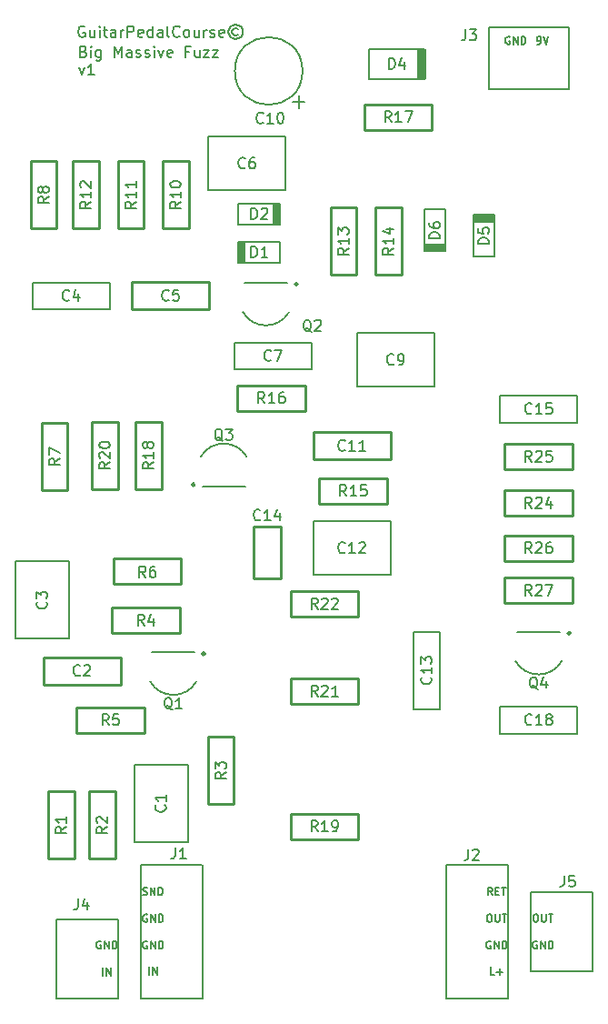
<source format=gbr>
%TF.GenerationSoftware,KiCad,Pcbnew,9.0.2*%
%TF.CreationDate,2025-07-08T13:19:54-05:00*%
%TF.ProjectId,Big Massive Fuzz,42696720-4d61-4737-9369-76652046757a,rev?*%
%TF.SameCoordinates,Original*%
%TF.FileFunction,Legend,Top*%
%TF.FilePolarity,Positive*%
%FSLAX46Y46*%
G04 Gerber Fmt 4.6, Leading zero omitted, Abs format (unit mm)*
G04 Created by KiCad (PCBNEW 9.0.2) date 2025-07-08 13:19:54*
%MOMM*%
%LPD*%
G01*
G04 APERTURE LIST*
%ADD10C,0.152400*%
%ADD11C,0.150000*%
%ADD12C,0.254000*%
%ADD13C,0.200000*%
%ADD14C,0.250000*%
G04 APERTURE END LIST*
D10*
X50065734Y116391910D02*
X50201200Y116391910D01*
X50201200Y116391910D02*
X50268934Y116425777D01*
X50268934Y116425777D02*
X50302800Y116459643D01*
X50302800Y116459643D02*
X50370534Y116561243D01*
X50370534Y116561243D02*
X50404400Y116696710D01*
X50404400Y116696710D02*
X50404400Y116967643D01*
X50404400Y116967643D02*
X50370534Y117035377D01*
X50370534Y117035377D02*
X50336667Y117069243D01*
X50336667Y117069243D02*
X50268934Y117103110D01*
X50268934Y117103110D02*
X50133467Y117103110D01*
X50133467Y117103110D02*
X50065734Y117069243D01*
X50065734Y117069243D02*
X50031867Y117035377D01*
X50031867Y117035377D02*
X49998000Y116967643D01*
X49998000Y116967643D02*
X49998000Y116798310D01*
X49998000Y116798310D02*
X50031867Y116730577D01*
X50031867Y116730577D02*
X50065734Y116696710D01*
X50065734Y116696710D02*
X50133467Y116662843D01*
X50133467Y116662843D02*
X50268934Y116662843D01*
X50268934Y116662843D02*
X50336667Y116696710D01*
X50336667Y116696710D02*
X50370534Y116730577D01*
X50370534Y116730577D02*
X50404400Y116798310D01*
X50607600Y117103110D02*
X50844667Y116391910D01*
X50844667Y116391910D02*
X51081733Y117103110D01*
X9364133Y32868243D02*
X9296400Y32902110D01*
X9296400Y32902110D02*
X9194800Y32902110D01*
X9194800Y32902110D02*
X9093200Y32868243D01*
X9093200Y32868243D02*
X9025467Y32800510D01*
X9025467Y32800510D02*
X8991600Y32732777D01*
X8991600Y32732777D02*
X8957733Y32597310D01*
X8957733Y32597310D02*
X8957733Y32495710D01*
X8957733Y32495710D02*
X8991600Y32360243D01*
X8991600Y32360243D02*
X9025467Y32292510D01*
X9025467Y32292510D02*
X9093200Y32224777D01*
X9093200Y32224777D02*
X9194800Y32190910D01*
X9194800Y32190910D02*
X9262533Y32190910D01*
X9262533Y32190910D02*
X9364133Y32224777D01*
X9364133Y32224777D02*
X9398000Y32258643D01*
X9398000Y32258643D02*
X9398000Y32495710D01*
X9398000Y32495710D02*
X9262533Y32495710D01*
X9702800Y32190910D02*
X9702800Y32902110D01*
X9702800Y32902110D02*
X10109200Y32190910D01*
X10109200Y32190910D02*
X10109200Y32902110D01*
X10447867Y32190910D02*
X10447867Y32902110D01*
X10447867Y32902110D02*
X10617200Y32902110D01*
X10617200Y32902110D02*
X10718800Y32868243D01*
X10718800Y32868243D02*
X10786534Y32800510D01*
X10786534Y32800510D02*
X10820400Y32732777D01*
X10820400Y32732777D02*
X10854267Y32597310D01*
X10854267Y32597310D02*
X10854267Y32495710D01*
X10854267Y32495710D02*
X10820400Y32360243D01*
X10820400Y32360243D02*
X10786534Y32292510D01*
X10786534Y32292510D02*
X10718800Y32224777D01*
X10718800Y32224777D02*
X10617200Y32190910D01*
X10617200Y32190910D02*
X10447867Y32190910D01*
X45516800Y35382110D02*
X45652266Y35382110D01*
X45652266Y35382110D02*
X45720000Y35348243D01*
X45720000Y35348243D02*
X45787733Y35280510D01*
X45787733Y35280510D02*
X45821600Y35145043D01*
X45821600Y35145043D02*
X45821600Y34907977D01*
X45821600Y34907977D02*
X45787733Y34772510D01*
X45787733Y34772510D02*
X45720000Y34704777D01*
X45720000Y34704777D02*
X45652266Y34670910D01*
X45652266Y34670910D02*
X45516800Y34670910D01*
X45516800Y34670910D02*
X45449066Y34704777D01*
X45449066Y34704777D02*
X45381333Y34772510D01*
X45381333Y34772510D02*
X45347466Y34907977D01*
X45347466Y34907977D02*
X45347466Y35145043D01*
X45347466Y35145043D02*
X45381333Y35280510D01*
X45381333Y35280510D02*
X45449066Y35348243D01*
X45449066Y35348243D02*
X45516800Y35382110D01*
X46126400Y35382110D02*
X46126400Y34806377D01*
X46126400Y34806377D02*
X46160267Y34738643D01*
X46160267Y34738643D02*
X46194133Y34704777D01*
X46194133Y34704777D02*
X46261867Y34670910D01*
X46261867Y34670910D02*
X46397333Y34670910D01*
X46397333Y34670910D02*
X46465067Y34704777D01*
X46465067Y34704777D02*
X46498933Y34738643D01*
X46498933Y34738643D02*
X46532800Y34806377D01*
X46532800Y34806377D02*
X46532800Y35382110D01*
X46769867Y35382110D02*
X47176267Y35382110D01*
X46973067Y34670910D02*
X46973067Y35382110D01*
X45855466Y37170910D02*
X45618399Y37509577D01*
X45449066Y37170910D02*
X45449066Y37882110D01*
X45449066Y37882110D02*
X45719999Y37882110D01*
X45719999Y37882110D02*
X45787733Y37848243D01*
X45787733Y37848243D02*
X45821599Y37814377D01*
X45821599Y37814377D02*
X45855466Y37746643D01*
X45855466Y37746643D02*
X45855466Y37645043D01*
X45855466Y37645043D02*
X45821599Y37577310D01*
X45821599Y37577310D02*
X45787733Y37543443D01*
X45787733Y37543443D02*
X45719999Y37509577D01*
X45719999Y37509577D02*
X45449066Y37509577D01*
X46160266Y37543443D02*
X46397333Y37543443D01*
X46498933Y37170910D02*
X46160266Y37170910D01*
X46160266Y37170910D02*
X46160266Y37882110D01*
X46160266Y37882110D02*
X46498933Y37882110D01*
X46702133Y37882110D02*
X47108533Y37882110D01*
X46905333Y37170910D02*
X46905333Y37882110D01*
X7859358Y118021163D02*
X7762596Y118069544D01*
X7762596Y118069544D02*
X7617453Y118069544D01*
X7617453Y118069544D02*
X7472310Y118021163D01*
X7472310Y118021163D02*
X7375548Y117924401D01*
X7375548Y117924401D02*
X7327167Y117827639D01*
X7327167Y117827639D02*
X7278786Y117634115D01*
X7278786Y117634115D02*
X7278786Y117488972D01*
X7278786Y117488972D02*
X7327167Y117295448D01*
X7327167Y117295448D02*
X7375548Y117198686D01*
X7375548Y117198686D02*
X7472310Y117101925D01*
X7472310Y117101925D02*
X7617453Y117053544D01*
X7617453Y117053544D02*
X7714215Y117053544D01*
X7714215Y117053544D02*
X7859358Y117101925D01*
X7859358Y117101925D02*
X7907739Y117150305D01*
X7907739Y117150305D02*
X7907739Y117488972D01*
X7907739Y117488972D02*
X7714215Y117488972D01*
X8778596Y117730877D02*
X8778596Y117053544D01*
X8343167Y117730877D02*
X8343167Y117198686D01*
X8343167Y117198686D02*
X8391548Y117101925D01*
X8391548Y117101925D02*
X8488310Y117053544D01*
X8488310Y117053544D02*
X8633453Y117053544D01*
X8633453Y117053544D02*
X8730215Y117101925D01*
X8730215Y117101925D02*
X8778596Y117150305D01*
X9262405Y117053544D02*
X9262405Y117730877D01*
X9262405Y118069544D02*
X9214024Y118021163D01*
X9214024Y118021163D02*
X9262405Y117972782D01*
X9262405Y117972782D02*
X9310786Y118021163D01*
X9310786Y118021163D02*
X9262405Y118069544D01*
X9262405Y118069544D02*
X9262405Y117972782D01*
X9601072Y117730877D02*
X9988120Y117730877D01*
X9746215Y118069544D02*
X9746215Y117198686D01*
X9746215Y117198686D02*
X9794596Y117101925D01*
X9794596Y117101925D02*
X9891358Y117053544D01*
X9891358Y117053544D02*
X9988120Y117053544D01*
X10762215Y117053544D02*
X10762215Y117585734D01*
X10762215Y117585734D02*
X10713834Y117682496D01*
X10713834Y117682496D02*
X10617072Y117730877D01*
X10617072Y117730877D02*
X10423548Y117730877D01*
X10423548Y117730877D02*
X10326786Y117682496D01*
X10762215Y117101925D02*
X10665453Y117053544D01*
X10665453Y117053544D02*
X10423548Y117053544D01*
X10423548Y117053544D02*
X10326786Y117101925D01*
X10326786Y117101925D02*
X10278405Y117198686D01*
X10278405Y117198686D02*
X10278405Y117295448D01*
X10278405Y117295448D02*
X10326786Y117392210D01*
X10326786Y117392210D02*
X10423548Y117440591D01*
X10423548Y117440591D02*
X10665453Y117440591D01*
X10665453Y117440591D02*
X10762215Y117488972D01*
X11246024Y117053544D02*
X11246024Y117730877D01*
X11246024Y117537353D02*
X11294405Y117634115D01*
X11294405Y117634115D02*
X11342786Y117682496D01*
X11342786Y117682496D02*
X11439548Y117730877D01*
X11439548Y117730877D02*
X11536310Y117730877D01*
X11874976Y117053544D02*
X11874976Y118069544D01*
X11874976Y118069544D02*
X12262024Y118069544D01*
X12262024Y118069544D02*
X12358786Y118021163D01*
X12358786Y118021163D02*
X12407167Y117972782D01*
X12407167Y117972782D02*
X12455548Y117876020D01*
X12455548Y117876020D02*
X12455548Y117730877D01*
X12455548Y117730877D02*
X12407167Y117634115D01*
X12407167Y117634115D02*
X12358786Y117585734D01*
X12358786Y117585734D02*
X12262024Y117537353D01*
X12262024Y117537353D02*
X11874976Y117537353D01*
X13278024Y117101925D02*
X13181262Y117053544D01*
X13181262Y117053544D02*
X12987738Y117053544D01*
X12987738Y117053544D02*
X12890976Y117101925D01*
X12890976Y117101925D02*
X12842595Y117198686D01*
X12842595Y117198686D02*
X12842595Y117585734D01*
X12842595Y117585734D02*
X12890976Y117682496D01*
X12890976Y117682496D02*
X12987738Y117730877D01*
X12987738Y117730877D02*
X13181262Y117730877D01*
X13181262Y117730877D02*
X13278024Y117682496D01*
X13278024Y117682496D02*
X13326405Y117585734D01*
X13326405Y117585734D02*
X13326405Y117488972D01*
X13326405Y117488972D02*
X12842595Y117392210D01*
X14197262Y117053544D02*
X14197262Y118069544D01*
X14197262Y117101925D02*
X14100500Y117053544D01*
X14100500Y117053544D02*
X13906976Y117053544D01*
X13906976Y117053544D02*
X13810214Y117101925D01*
X13810214Y117101925D02*
X13761833Y117150305D01*
X13761833Y117150305D02*
X13713452Y117247067D01*
X13713452Y117247067D02*
X13713452Y117537353D01*
X13713452Y117537353D02*
X13761833Y117634115D01*
X13761833Y117634115D02*
X13810214Y117682496D01*
X13810214Y117682496D02*
X13906976Y117730877D01*
X13906976Y117730877D02*
X14100500Y117730877D01*
X14100500Y117730877D02*
X14197262Y117682496D01*
X15116500Y117053544D02*
X15116500Y117585734D01*
X15116500Y117585734D02*
X15068119Y117682496D01*
X15068119Y117682496D02*
X14971357Y117730877D01*
X14971357Y117730877D02*
X14777833Y117730877D01*
X14777833Y117730877D02*
X14681071Y117682496D01*
X15116500Y117101925D02*
X15019738Y117053544D01*
X15019738Y117053544D02*
X14777833Y117053544D01*
X14777833Y117053544D02*
X14681071Y117101925D01*
X14681071Y117101925D02*
X14632690Y117198686D01*
X14632690Y117198686D02*
X14632690Y117295448D01*
X14632690Y117295448D02*
X14681071Y117392210D01*
X14681071Y117392210D02*
X14777833Y117440591D01*
X14777833Y117440591D02*
X15019738Y117440591D01*
X15019738Y117440591D02*
X15116500Y117488972D01*
X15745452Y117053544D02*
X15648690Y117101925D01*
X15648690Y117101925D02*
X15600309Y117198686D01*
X15600309Y117198686D02*
X15600309Y118069544D01*
X16713071Y117150305D02*
X16664690Y117101925D01*
X16664690Y117101925D02*
X16519547Y117053544D01*
X16519547Y117053544D02*
X16422785Y117053544D01*
X16422785Y117053544D02*
X16277642Y117101925D01*
X16277642Y117101925D02*
X16180880Y117198686D01*
X16180880Y117198686D02*
X16132499Y117295448D01*
X16132499Y117295448D02*
X16084118Y117488972D01*
X16084118Y117488972D02*
X16084118Y117634115D01*
X16084118Y117634115D02*
X16132499Y117827639D01*
X16132499Y117827639D02*
X16180880Y117924401D01*
X16180880Y117924401D02*
X16277642Y118021163D01*
X16277642Y118021163D02*
X16422785Y118069544D01*
X16422785Y118069544D02*
X16519547Y118069544D01*
X16519547Y118069544D02*
X16664690Y118021163D01*
X16664690Y118021163D02*
X16713071Y117972782D01*
X17293642Y117053544D02*
X17196880Y117101925D01*
X17196880Y117101925D02*
X17148499Y117150305D01*
X17148499Y117150305D02*
X17100118Y117247067D01*
X17100118Y117247067D02*
X17100118Y117537353D01*
X17100118Y117537353D02*
X17148499Y117634115D01*
X17148499Y117634115D02*
X17196880Y117682496D01*
X17196880Y117682496D02*
X17293642Y117730877D01*
X17293642Y117730877D02*
X17438785Y117730877D01*
X17438785Y117730877D02*
X17535547Y117682496D01*
X17535547Y117682496D02*
X17583928Y117634115D01*
X17583928Y117634115D02*
X17632309Y117537353D01*
X17632309Y117537353D02*
X17632309Y117247067D01*
X17632309Y117247067D02*
X17583928Y117150305D01*
X17583928Y117150305D02*
X17535547Y117101925D01*
X17535547Y117101925D02*
X17438785Y117053544D01*
X17438785Y117053544D02*
X17293642Y117053544D01*
X18503166Y117730877D02*
X18503166Y117053544D01*
X18067737Y117730877D02*
X18067737Y117198686D01*
X18067737Y117198686D02*
X18116118Y117101925D01*
X18116118Y117101925D02*
X18212880Y117053544D01*
X18212880Y117053544D02*
X18358023Y117053544D01*
X18358023Y117053544D02*
X18454785Y117101925D01*
X18454785Y117101925D02*
X18503166Y117150305D01*
X18986975Y117053544D02*
X18986975Y117730877D01*
X18986975Y117537353D02*
X19035356Y117634115D01*
X19035356Y117634115D02*
X19083737Y117682496D01*
X19083737Y117682496D02*
X19180499Y117730877D01*
X19180499Y117730877D02*
X19277261Y117730877D01*
X19567546Y117101925D02*
X19664308Y117053544D01*
X19664308Y117053544D02*
X19857832Y117053544D01*
X19857832Y117053544D02*
X19954594Y117101925D01*
X19954594Y117101925D02*
X20002975Y117198686D01*
X20002975Y117198686D02*
X20002975Y117247067D01*
X20002975Y117247067D02*
X19954594Y117343829D01*
X19954594Y117343829D02*
X19857832Y117392210D01*
X19857832Y117392210D02*
X19712689Y117392210D01*
X19712689Y117392210D02*
X19615927Y117440591D01*
X19615927Y117440591D02*
X19567546Y117537353D01*
X19567546Y117537353D02*
X19567546Y117585734D01*
X19567546Y117585734D02*
X19615927Y117682496D01*
X19615927Y117682496D02*
X19712689Y117730877D01*
X19712689Y117730877D02*
X19857832Y117730877D01*
X19857832Y117730877D02*
X19954594Y117682496D01*
X20825451Y117101925D02*
X20728689Y117053544D01*
X20728689Y117053544D02*
X20535165Y117053544D01*
X20535165Y117053544D02*
X20438403Y117101925D01*
X20438403Y117101925D02*
X20390022Y117198686D01*
X20390022Y117198686D02*
X20390022Y117585734D01*
X20390022Y117585734D02*
X20438403Y117682496D01*
X20438403Y117682496D02*
X20535165Y117730877D01*
X20535165Y117730877D02*
X20728689Y117730877D01*
X20728689Y117730877D02*
X20825451Y117682496D01*
X20825451Y117682496D02*
X20873832Y117585734D01*
X20873832Y117585734D02*
X20873832Y117488972D01*
X20873832Y117488972D02*
X20390022Y117392210D01*
X22131736Y117827639D02*
X22034975Y117876020D01*
X22034975Y117876020D02*
X21841451Y117876020D01*
X21841451Y117876020D02*
X21744689Y117827639D01*
X21744689Y117827639D02*
X21647927Y117730877D01*
X21647927Y117730877D02*
X21599546Y117634115D01*
X21599546Y117634115D02*
X21599546Y117440591D01*
X21599546Y117440591D02*
X21647927Y117343829D01*
X21647927Y117343829D02*
X21744689Y117247067D01*
X21744689Y117247067D02*
X21841451Y117198686D01*
X21841451Y117198686D02*
X22034975Y117198686D01*
X22034975Y117198686D02*
X22131736Y117247067D01*
X21938213Y118214686D02*
X21696308Y118166305D01*
X21696308Y118166305D02*
X21454403Y118021163D01*
X21454403Y118021163D02*
X21309260Y117779258D01*
X21309260Y117779258D02*
X21260879Y117537353D01*
X21260879Y117537353D02*
X21309260Y117295448D01*
X21309260Y117295448D02*
X21454403Y117053544D01*
X21454403Y117053544D02*
X21696308Y116908401D01*
X21696308Y116908401D02*
X21938213Y116860020D01*
X21938213Y116860020D02*
X22180117Y116908401D01*
X22180117Y116908401D02*
X22422022Y117053544D01*
X22422022Y117053544D02*
X22567165Y117295448D01*
X22567165Y117295448D02*
X22615546Y117537353D01*
X22615546Y117537353D02*
X22567165Y117779258D01*
X22567165Y117779258D02*
X22422022Y118021163D01*
X22422022Y118021163D02*
X22180117Y118166305D01*
X22180117Y118166305D02*
X21938213Y118214686D01*
X49834800Y35402110D02*
X49970266Y35402110D01*
X49970266Y35402110D02*
X50038000Y35368243D01*
X50038000Y35368243D02*
X50105733Y35300510D01*
X50105733Y35300510D02*
X50139600Y35165043D01*
X50139600Y35165043D02*
X50139600Y34927977D01*
X50139600Y34927977D02*
X50105733Y34792510D01*
X50105733Y34792510D02*
X50038000Y34724777D01*
X50038000Y34724777D02*
X49970266Y34690910D01*
X49970266Y34690910D02*
X49834800Y34690910D01*
X49834800Y34690910D02*
X49767066Y34724777D01*
X49767066Y34724777D02*
X49699333Y34792510D01*
X49699333Y34792510D02*
X49665466Y34927977D01*
X49665466Y34927977D02*
X49665466Y35165043D01*
X49665466Y35165043D02*
X49699333Y35300510D01*
X49699333Y35300510D02*
X49767066Y35368243D01*
X49767066Y35368243D02*
X49834800Y35402110D01*
X50444400Y35402110D02*
X50444400Y34826377D01*
X50444400Y34826377D02*
X50478267Y34758643D01*
X50478267Y34758643D02*
X50512133Y34724777D01*
X50512133Y34724777D02*
X50579867Y34690910D01*
X50579867Y34690910D02*
X50715333Y34690910D01*
X50715333Y34690910D02*
X50783067Y34724777D01*
X50783067Y34724777D02*
X50816933Y34758643D01*
X50816933Y34758643D02*
X50850800Y34826377D01*
X50850800Y34826377D02*
X50850800Y35402110D01*
X51087867Y35402110D02*
X51494267Y35402110D01*
X51291067Y34690910D02*
X51291067Y35402110D01*
X13851466Y29750910D02*
X13851466Y30462110D01*
X14190133Y29750910D02*
X14190133Y30462110D01*
X14190133Y30462110D02*
X14596533Y29750910D01*
X14596533Y29750910D02*
X14596533Y30462110D01*
X13682133Y32848243D02*
X13614400Y32882110D01*
X13614400Y32882110D02*
X13512800Y32882110D01*
X13512800Y32882110D02*
X13411200Y32848243D01*
X13411200Y32848243D02*
X13343467Y32780510D01*
X13343467Y32780510D02*
X13309600Y32712777D01*
X13309600Y32712777D02*
X13275733Y32577310D01*
X13275733Y32577310D02*
X13275733Y32475710D01*
X13275733Y32475710D02*
X13309600Y32340243D01*
X13309600Y32340243D02*
X13343467Y32272510D01*
X13343467Y32272510D02*
X13411200Y32204777D01*
X13411200Y32204777D02*
X13512800Y32170910D01*
X13512800Y32170910D02*
X13580533Y32170910D01*
X13580533Y32170910D02*
X13682133Y32204777D01*
X13682133Y32204777D02*
X13716000Y32238643D01*
X13716000Y32238643D02*
X13716000Y32475710D01*
X13716000Y32475710D02*
X13580533Y32475710D01*
X14020800Y32170910D02*
X14020800Y32882110D01*
X14020800Y32882110D02*
X14427200Y32170910D01*
X14427200Y32170910D02*
X14427200Y32882110D01*
X14765867Y32170910D02*
X14765867Y32882110D01*
X14765867Y32882110D02*
X14935200Y32882110D01*
X14935200Y32882110D02*
X15036800Y32848243D01*
X15036800Y32848243D02*
X15104534Y32780510D01*
X15104534Y32780510D02*
X15138400Y32712777D01*
X15138400Y32712777D02*
X15172267Y32577310D01*
X15172267Y32577310D02*
X15172267Y32475710D01*
X15172267Y32475710D02*
X15138400Y32340243D01*
X15138400Y32340243D02*
X15104534Y32272510D01*
X15104534Y32272510D02*
X15036800Y32204777D01*
X15036800Y32204777D02*
X14935200Y32170910D01*
X14935200Y32170910D02*
X14765867Y32170910D01*
X7792834Y115711157D02*
X7937977Y115662776D01*
X7937977Y115662776D02*
X7986358Y115614395D01*
X7986358Y115614395D02*
X8034739Y115517633D01*
X8034739Y115517633D02*
X8034739Y115372490D01*
X8034739Y115372490D02*
X7986358Y115275728D01*
X7986358Y115275728D02*
X7937977Y115227348D01*
X7937977Y115227348D02*
X7841215Y115178967D01*
X7841215Y115178967D02*
X7454167Y115178967D01*
X7454167Y115178967D02*
X7454167Y116194967D01*
X7454167Y116194967D02*
X7792834Y116194967D01*
X7792834Y116194967D02*
X7889596Y116146586D01*
X7889596Y116146586D02*
X7937977Y116098205D01*
X7937977Y116098205D02*
X7986358Y116001443D01*
X7986358Y116001443D02*
X7986358Y115904681D01*
X7986358Y115904681D02*
X7937977Y115807919D01*
X7937977Y115807919D02*
X7889596Y115759538D01*
X7889596Y115759538D02*
X7792834Y115711157D01*
X7792834Y115711157D02*
X7454167Y115711157D01*
X8470167Y115178967D02*
X8470167Y115856300D01*
X8470167Y116194967D02*
X8421786Y116146586D01*
X8421786Y116146586D02*
X8470167Y116098205D01*
X8470167Y116098205D02*
X8518548Y116146586D01*
X8518548Y116146586D02*
X8470167Y116194967D01*
X8470167Y116194967D02*
X8470167Y116098205D01*
X9389406Y115856300D02*
X9389406Y115033824D01*
X9389406Y115033824D02*
X9341025Y114937062D01*
X9341025Y114937062D02*
X9292644Y114888681D01*
X9292644Y114888681D02*
X9195882Y114840300D01*
X9195882Y114840300D02*
X9050739Y114840300D01*
X9050739Y114840300D02*
X8953977Y114888681D01*
X9389406Y115227348D02*
X9292644Y115178967D01*
X9292644Y115178967D02*
X9099120Y115178967D01*
X9099120Y115178967D02*
X9002358Y115227348D01*
X9002358Y115227348D02*
X8953977Y115275728D01*
X8953977Y115275728D02*
X8905596Y115372490D01*
X8905596Y115372490D02*
X8905596Y115662776D01*
X8905596Y115662776D02*
X8953977Y115759538D01*
X8953977Y115759538D02*
X9002358Y115807919D01*
X9002358Y115807919D02*
X9099120Y115856300D01*
X9099120Y115856300D02*
X9292644Y115856300D01*
X9292644Y115856300D02*
X9389406Y115807919D01*
X10647310Y115178967D02*
X10647310Y116194967D01*
X10647310Y116194967D02*
X10985977Y115469252D01*
X10985977Y115469252D02*
X11324644Y116194967D01*
X11324644Y116194967D02*
X11324644Y115178967D01*
X12243882Y115178967D02*
X12243882Y115711157D01*
X12243882Y115711157D02*
X12195501Y115807919D01*
X12195501Y115807919D02*
X12098739Y115856300D01*
X12098739Y115856300D02*
X11905215Y115856300D01*
X11905215Y115856300D02*
X11808453Y115807919D01*
X12243882Y115227348D02*
X12147120Y115178967D01*
X12147120Y115178967D02*
X11905215Y115178967D01*
X11905215Y115178967D02*
X11808453Y115227348D01*
X11808453Y115227348D02*
X11760072Y115324109D01*
X11760072Y115324109D02*
X11760072Y115420871D01*
X11760072Y115420871D02*
X11808453Y115517633D01*
X11808453Y115517633D02*
X11905215Y115566014D01*
X11905215Y115566014D02*
X12147120Y115566014D01*
X12147120Y115566014D02*
X12243882Y115614395D01*
X12679310Y115227348D02*
X12776072Y115178967D01*
X12776072Y115178967D02*
X12969596Y115178967D01*
X12969596Y115178967D02*
X13066358Y115227348D01*
X13066358Y115227348D02*
X13114739Y115324109D01*
X13114739Y115324109D02*
X13114739Y115372490D01*
X13114739Y115372490D02*
X13066358Y115469252D01*
X13066358Y115469252D02*
X12969596Y115517633D01*
X12969596Y115517633D02*
X12824453Y115517633D01*
X12824453Y115517633D02*
X12727691Y115566014D01*
X12727691Y115566014D02*
X12679310Y115662776D01*
X12679310Y115662776D02*
X12679310Y115711157D01*
X12679310Y115711157D02*
X12727691Y115807919D01*
X12727691Y115807919D02*
X12824453Y115856300D01*
X12824453Y115856300D02*
X12969596Y115856300D01*
X12969596Y115856300D02*
X13066358Y115807919D01*
X13501786Y115227348D02*
X13598548Y115178967D01*
X13598548Y115178967D02*
X13792072Y115178967D01*
X13792072Y115178967D02*
X13888834Y115227348D01*
X13888834Y115227348D02*
X13937215Y115324109D01*
X13937215Y115324109D02*
X13937215Y115372490D01*
X13937215Y115372490D02*
X13888834Y115469252D01*
X13888834Y115469252D02*
X13792072Y115517633D01*
X13792072Y115517633D02*
X13646929Y115517633D01*
X13646929Y115517633D02*
X13550167Y115566014D01*
X13550167Y115566014D02*
X13501786Y115662776D01*
X13501786Y115662776D02*
X13501786Y115711157D01*
X13501786Y115711157D02*
X13550167Y115807919D01*
X13550167Y115807919D02*
X13646929Y115856300D01*
X13646929Y115856300D02*
X13792072Y115856300D01*
X13792072Y115856300D02*
X13888834Y115807919D01*
X14372643Y115178967D02*
X14372643Y115856300D01*
X14372643Y116194967D02*
X14324262Y116146586D01*
X14324262Y116146586D02*
X14372643Y116098205D01*
X14372643Y116098205D02*
X14421024Y116146586D01*
X14421024Y116146586D02*
X14372643Y116194967D01*
X14372643Y116194967D02*
X14372643Y116098205D01*
X14759691Y115856300D02*
X15001596Y115178967D01*
X15001596Y115178967D02*
X15243501Y115856300D01*
X16017596Y115227348D02*
X15920834Y115178967D01*
X15920834Y115178967D02*
X15727310Y115178967D01*
X15727310Y115178967D02*
X15630548Y115227348D01*
X15630548Y115227348D02*
X15582167Y115324109D01*
X15582167Y115324109D02*
X15582167Y115711157D01*
X15582167Y115711157D02*
X15630548Y115807919D01*
X15630548Y115807919D02*
X15727310Y115856300D01*
X15727310Y115856300D02*
X15920834Y115856300D01*
X15920834Y115856300D02*
X16017596Y115807919D01*
X16017596Y115807919D02*
X16065977Y115711157D01*
X16065977Y115711157D02*
X16065977Y115614395D01*
X16065977Y115614395D02*
X15582167Y115517633D01*
X17614167Y115711157D02*
X17275500Y115711157D01*
X17275500Y115178967D02*
X17275500Y116194967D01*
X17275500Y116194967D02*
X17759310Y116194967D01*
X18581786Y115856300D02*
X18581786Y115178967D01*
X18146357Y115856300D02*
X18146357Y115324109D01*
X18146357Y115324109D02*
X18194738Y115227348D01*
X18194738Y115227348D02*
X18291500Y115178967D01*
X18291500Y115178967D02*
X18436643Y115178967D01*
X18436643Y115178967D02*
X18533405Y115227348D01*
X18533405Y115227348D02*
X18581786Y115275728D01*
X18968833Y115856300D02*
X19501024Y115856300D01*
X19501024Y115856300D02*
X18968833Y115178967D01*
X18968833Y115178967D02*
X19501024Y115178967D01*
X19791309Y115856300D02*
X20323500Y115856300D01*
X20323500Y115856300D02*
X19791309Y115178967D01*
X19791309Y115178967D02*
X20323500Y115178967D01*
X7357405Y114220597D02*
X7599310Y113543264D01*
X7599310Y113543264D02*
X7841215Y114220597D01*
X8760453Y113543264D02*
X8179881Y113543264D01*
X8470167Y113543264D02*
X8470167Y114559264D01*
X8470167Y114559264D02*
X8373405Y114414121D01*
X8373405Y114414121D02*
X8276643Y114317359D01*
X8276643Y114317359D02*
X8179881Y114268978D01*
X45686133Y32848243D02*
X45618400Y32882110D01*
X45618400Y32882110D02*
X45516800Y32882110D01*
X45516800Y32882110D02*
X45415200Y32848243D01*
X45415200Y32848243D02*
X45347467Y32780510D01*
X45347467Y32780510D02*
X45313600Y32712777D01*
X45313600Y32712777D02*
X45279733Y32577310D01*
X45279733Y32577310D02*
X45279733Y32475710D01*
X45279733Y32475710D02*
X45313600Y32340243D01*
X45313600Y32340243D02*
X45347467Y32272510D01*
X45347467Y32272510D02*
X45415200Y32204777D01*
X45415200Y32204777D02*
X45516800Y32170910D01*
X45516800Y32170910D02*
X45584533Y32170910D01*
X45584533Y32170910D02*
X45686133Y32204777D01*
X45686133Y32204777D02*
X45720000Y32238643D01*
X45720000Y32238643D02*
X45720000Y32475710D01*
X45720000Y32475710D02*
X45584533Y32475710D01*
X46024800Y32170910D02*
X46024800Y32882110D01*
X46024800Y32882110D02*
X46431200Y32170910D01*
X46431200Y32170910D02*
X46431200Y32882110D01*
X46769867Y32170910D02*
X46769867Y32882110D01*
X46769867Y32882110D02*
X46939200Y32882110D01*
X46939200Y32882110D02*
X47040800Y32848243D01*
X47040800Y32848243D02*
X47108534Y32780510D01*
X47108534Y32780510D02*
X47142400Y32712777D01*
X47142400Y32712777D02*
X47176267Y32577310D01*
X47176267Y32577310D02*
X47176267Y32475710D01*
X47176267Y32475710D02*
X47142400Y32340243D01*
X47142400Y32340243D02*
X47108534Y32272510D01*
X47108534Y32272510D02*
X47040800Y32204777D01*
X47040800Y32204777D02*
X46939200Y32170910D01*
X46939200Y32170910D02*
X46769867Y32170910D01*
X47464133Y117069243D02*
X47396400Y117103110D01*
X47396400Y117103110D02*
X47294800Y117103110D01*
X47294800Y117103110D02*
X47193200Y117069243D01*
X47193200Y117069243D02*
X47125467Y117001510D01*
X47125467Y117001510D02*
X47091600Y116933777D01*
X47091600Y116933777D02*
X47057733Y116798310D01*
X47057733Y116798310D02*
X47057733Y116696710D01*
X47057733Y116696710D02*
X47091600Y116561243D01*
X47091600Y116561243D02*
X47125467Y116493510D01*
X47125467Y116493510D02*
X47193200Y116425777D01*
X47193200Y116425777D02*
X47294800Y116391910D01*
X47294800Y116391910D02*
X47362533Y116391910D01*
X47362533Y116391910D02*
X47464133Y116425777D01*
X47464133Y116425777D02*
X47498000Y116459643D01*
X47498000Y116459643D02*
X47498000Y116696710D01*
X47498000Y116696710D02*
X47362533Y116696710D01*
X47802800Y116391910D02*
X47802800Y117103110D01*
X47802800Y117103110D02*
X48209200Y116391910D01*
X48209200Y116391910D02*
X48209200Y117103110D01*
X48547867Y116391910D02*
X48547867Y117103110D01*
X48547867Y117103110D02*
X48717200Y117103110D01*
X48717200Y117103110D02*
X48818800Y117069243D01*
X48818800Y117069243D02*
X48886534Y117001510D01*
X48886534Y117001510D02*
X48920400Y116933777D01*
X48920400Y116933777D02*
X48954267Y116798310D01*
X48954267Y116798310D02*
X48954267Y116696710D01*
X48954267Y116696710D02*
X48920400Y116561243D01*
X48920400Y116561243D02*
X48886534Y116493510D01*
X48886534Y116493510D02*
X48818800Y116425777D01*
X48818800Y116425777D02*
X48717200Y116391910D01*
X48717200Y116391910D02*
X48547867Y116391910D01*
X46007867Y29750910D02*
X45669200Y29750910D01*
X45669200Y29750910D02*
X45669200Y30462110D01*
X46244933Y30021843D02*
X46786800Y30021843D01*
X46515866Y29750910D02*
X46515866Y30292777D01*
X13682133Y35348243D02*
X13614400Y35382110D01*
X13614400Y35382110D02*
X13512800Y35382110D01*
X13512800Y35382110D02*
X13411200Y35348243D01*
X13411200Y35348243D02*
X13343467Y35280510D01*
X13343467Y35280510D02*
X13309600Y35212777D01*
X13309600Y35212777D02*
X13275733Y35077310D01*
X13275733Y35077310D02*
X13275733Y34975710D01*
X13275733Y34975710D02*
X13309600Y34840243D01*
X13309600Y34840243D02*
X13343467Y34772510D01*
X13343467Y34772510D02*
X13411200Y34704777D01*
X13411200Y34704777D02*
X13512800Y34670910D01*
X13512800Y34670910D02*
X13580533Y34670910D01*
X13580533Y34670910D02*
X13682133Y34704777D01*
X13682133Y34704777D02*
X13716000Y34738643D01*
X13716000Y34738643D02*
X13716000Y34975710D01*
X13716000Y34975710D02*
X13580533Y34975710D01*
X14020800Y34670910D02*
X14020800Y35382110D01*
X14020800Y35382110D02*
X14427200Y34670910D01*
X14427200Y34670910D02*
X14427200Y35382110D01*
X14765867Y34670910D02*
X14765867Y35382110D01*
X14765867Y35382110D02*
X14935200Y35382110D01*
X14935200Y35382110D02*
X15036800Y35348243D01*
X15036800Y35348243D02*
X15104534Y35280510D01*
X15104534Y35280510D02*
X15138400Y35212777D01*
X15138400Y35212777D02*
X15172267Y35077310D01*
X15172267Y35077310D02*
X15172267Y34975710D01*
X15172267Y34975710D02*
X15138400Y34840243D01*
X15138400Y34840243D02*
X15104534Y34772510D01*
X15104534Y34772510D02*
X15036800Y34704777D01*
X15036800Y34704777D02*
X14935200Y34670910D01*
X14935200Y34670910D02*
X14765867Y34670910D01*
X50004133Y32868243D02*
X49936400Y32902110D01*
X49936400Y32902110D02*
X49834800Y32902110D01*
X49834800Y32902110D02*
X49733200Y32868243D01*
X49733200Y32868243D02*
X49665467Y32800510D01*
X49665467Y32800510D02*
X49631600Y32732777D01*
X49631600Y32732777D02*
X49597733Y32597310D01*
X49597733Y32597310D02*
X49597733Y32495710D01*
X49597733Y32495710D02*
X49631600Y32360243D01*
X49631600Y32360243D02*
X49665467Y32292510D01*
X49665467Y32292510D02*
X49733200Y32224777D01*
X49733200Y32224777D02*
X49834800Y32190910D01*
X49834800Y32190910D02*
X49902533Y32190910D01*
X49902533Y32190910D02*
X50004133Y32224777D01*
X50004133Y32224777D02*
X50038000Y32258643D01*
X50038000Y32258643D02*
X50038000Y32495710D01*
X50038000Y32495710D02*
X49902533Y32495710D01*
X50342800Y32190910D02*
X50342800Y32902110D01*
X50342800Y32902110D02*
X50749200Y32190910D01*
X50749200Y32190910D02*
X50749200Y32902110D01*
X51087867Y32190910D02*
X51087867Y32902110D01*
X51087867Y32902110D02*
X51257200Y32902110D01*
X51257200Y32902110D02*
X51358800Y32868243D01*
X51358800Y32868243D02*
X51426534Y32800510D01*
X51426534Y32800510D02*
X51460400Y32732777D01*
X51460400Y32732777D02*
X51494267Y32597310D01*
X51494267Y32597310D02*
X51494267Y32495710D01*
X51494267Y32495710D02*
X51460400Y32360243D01*
X51460400Y32360243D02*
X51426534Y32292510D01*
X51426534Y32292510D02*
X51358800Y32224777D01*
X51358800Y32224777D02*
X51257200Y32190910D01*
X51257200Y32190910D02*
X51087867Y32190910D01*
X13292666Y37204777D02*
X13394266Y37170910D01*
X13394266Y37170910D02*
X13563600Y37170910D01*
X13563600Y37170910D02*
X13631333Y37204777D01*
X13631333Y37204777D02*
X13665200Y37238643D01*
X13665200Y37238643D02*
X13699066Y37306377D01*
X13699066Y37306377D02*
X13699066Y37374110D01*
X13699066Y37374110D02*
X13665200Y37441843D01*
X13665200Y37441843D02*
X13631333Y37475710D01*
X13631333Y37475710D02*
X13563600Y37509577D01*
X13563600Y37509577D02*
X13428133Y37543443D01*
X13428133Y37543443D02*
X13360400Y37577310D01*
X13360400Y37577310D02*
X13326533Y37611177D01*
X13326533Y37611177D02*
X13292666Y37678910D01*
X13292666Y37678910D02*
X13292666Y37746643D01*
X13292666Y37746643D02*
X13326533Y37814377D01*
X13326533Y37814377D02*
X13360400Y37848243D01*
X13360400Y37848243D02*
X13428133Y37882110D01*
X13428133Y37882110D02*
X13597466Y37882110D01*
X13597466Y37882110D02*
X13699066Y37848243D01*
X14003866Y37170910D02*
X14003866Y37882110D01*
X14003866Y37882110D02*
X14410266Y37170910D01*
X14410266Y37170910D02*
X14410266Y37882110D01*
X14748933Y37170910D02*
X14748933Y37882110D01*
X14748933Y37882110D02*
X14918266Y37882110D01*
X14918266Y37882110D02*
X15019866Y37848243D01*
X15019866Y37848243D02*
X15087600Y37780510D01*
X15087600Y37780510D02*
X15121466Y37712777D01*
X15121466Y37712777D02*
X15155333Y37577310D01*
X15155333Y37577310D02*
X15155333Y37475710D01*
X15155333Y37475710D02*
X15121466Y37340243D01*
X15121466Y37340243D02*
X15087600Y37272510D01*
X15087600Y37272510D02*
X15019866Y37204777D01*
X15019866Y37204777D02*
X14918266Y37170910D01*
X14918266Y37170910D02*
X14748933Y37170910D01*
X9533466Y29690910D02*
X9533466Y30402110D01*
X9872133Y29690910D02*
X9872133Y30402110D01*
X9872133Y30402110D02*
X10278533Y29690910D01*
X10278533Y29690910D02*
X10278533Y30402110D01*
D11*
X13422333Y62283180D02*
X13089000Y62759371D01*
X12850905Y62283180D02*
X12850905Y63283180D01*
X12850905Y63283180D02*
X13231857Y63283180D01*
X13231857Y63283180D02*
X13327095Y63235561D01*
X13327095Y63235561D02*
X13374714Y63187942D01*
X13374714Y63187942D02*
X13422333Y63092704D01*
X13422333Y63092704D02*
X13422333Y62949847D01*
X13422333Y62949847D02*
X13374714Y62854609D01*
X13374714Y62854609D02*
X13327095Y62806990D01*
X13327095Y62806990D02*
X13231857Y62759371D01*
X13231857Y62759371D02*
X12850905Y62759371D01*
X14279476Y62949847D02*
X14279476Y62283180D01*
X14041381Y63330800D02*
X13803286Y62616514D01*
X13803286Y62616514D02*
X14422333Y62616514D01*
X8455819Y101719142D02*
X7979628Y101385809D01*
X8455819Y101147714D02*
X7455819Y101147714D01*
X7455819Y101147714D02*
X7455819Y101528666D01*
X7455819Y101528666D02*
X7503438Y101623904D01*
X7503438Y101623904D02*
X7551057Y101671523D01*
X7551057Y101671523D02*
X7646295Y101719142D01*
X7646295Y101719142D02*
X7789152Y101719142D01*
X7789152Y101719142D02*
X7884390Y101671523D01*
X7884390Y101671523D02*
X7932009Y101623904D01*
X7932009Y101623904D02*
X7979628Y101528666D01*
X7979628Y101528666D02*
X7979628Y101147714D01*
X8455819Y102671523D02*
X8455819Y102100095D01*
X8455819Y102385809D02*
X7455819Y102385809D01*
X7455819Y102385809D02*
X7598676Y102290571D01*
X7598676Y102290571D02*
X7693914Y102195333D01*
X7693914Y102195333D02*
X7741533Y102100095D01*
X7551057Y103052476D02*
X7503438Y103100095D01*
X7503438Y103100095D02*
X7455819Y103195333D01*
X7455819Y103195333D02*
X7455819Y103433428D01*
X7455819Y103433428D02*
X7503438Y103528666D01*
X7503438Y103528666D02*
X7551057Y103576285D01*
X7551057Y103576285D02*
X7646295Y103623904D01*
X7646295Y103623904D02*
X7741533Y103623904D01*
X7741533Y103623904D02*
X7884390Y103576285D01*
X7884390Y103576285D02*
X8455819Y103004857D01*
X8455819Y103004857D02*
X8455819Y103623904D01*
X16303666Y41566180D02*
X16303666Y40851895D01*
X16303666Y40851895D02*
X16256047Y40709038D01*
X16256047Y40709038D02*
X16160809Y40613800D01*
X16160809Y40613800D02*
X16017952Y40566180D01*
X16017952Y40566180D02*
X15922714Y40566180D01*
X17303666Y40566180D02*
X16732238Y40566180D01*
X17017952Y40566180D02*
X17017952Y41566180D01*
X17017952Y41566180D02*
X16922714Y41423323D01*
X16922714Y41423323D02*
X16827476Y41328085D01*
X16827476Y41328085D02*
X16732238Y41280466D01*
X36649819Y97401142D02*
X36173628Y97067809D01*
X36649819Y96829714D02*
X35649819Y96829714D01*
X35649819Y96829714D02*
X35649819Y97210666D01*
X35649819Y97210666D02*
X35697438Y97305904D01*
X35697438Y97305904D02*
X35745057Y97353523D01*
X35745057Y97353523D02*
X35840295Y97401142D01*
X35840295Y97401142D02*
X35983152Y97401142D01*
X35983152Y97401142D02*
X36078390Y97353523D01*
X36078390Y97353523D02*
X36126009Y97305904D01*
X36126009Y97305904D02*
X36173628Y97210666D01*
X36173628Y97210666D02*
X36173628Y96829714D01*
X36649819Y98353523D02*
X36649819Y97782095D01*
X36649819Y98067809D02*
X35649819Y98067809D01*
X35649819Y98067809D02*
X35792676Y97972571D01*
X35792676Y97972571D02*
X35887914Y97877333D01*
X35887914Y97877333D02*
X35935533Y97782095D01*
X35983152Y99210666D02*
X36649819Y99210666D01*
X35602200Y98972571D02*
X36316485Y98734476D01*
X36316485Y98734476D02*
X36316485Y99353523D01*
X5534819Y77811333D02*
X5058628Y77478000D01*
X5534819Y77239905D02*
X4534819Y77239905D01*
X4534819Y77239905D02*
X4534819Y77620857D01*
X4534819Y77620857D02*
X4582438Y77716095D01*
X4582438Y77716095D02*
X4630057Y77763714D01*
X4630057Y77763714D02*
X4725295Y77811333D01*
X4725295Y77811333D02*
X4868152Y77811333D01*
X4868152Y77811333D02*
X4963390Y77763714D01*
X4963390Y77763714D02*
X5011009Y77716095D01*
X5011009Y77716095D02*
X5058628Y77620857D01*
X5058628Y77620857D02*
X5058628Y77239905D01*
X4534819Y78144667D02*
X4534819Y78811333D01*
X4534819Y78811333D02*
X5534819Y78382762D01*
X9979819Y43521333D02*
X9503628Y43188000D01*
X9979819Y42949905D02*
X8979819Y42949905D01*
X8979819Y42949905D02*
X8979819Y43330857D01*
X8979819Y43330857D02*
X9027438Y43426095D01*
X9027438Y43426095D02*
X9075057Y43473714D01*
X9075057Y43473714D02*
X9170295Y43521333D01*
X9170295Y43521333D02*
X9313152Y43521333D01*
X9313152Y43521333D02*
X9408390Y43473714D01*
X9408390Y43473714D02*
X9456009Y43426095D01*
X9456009Y43426095D02*
X9503628Y43330857D01*
X9503628Y43330857D02*
X9503628Y42949905D01*
X9075057Y43902286D02*
X9027438Y43949905D01*
X9027438Y43949905D02*
X8979819Y44045143D01*
X8979819Y44045143D02*
X8979819Y44283238D01*
X8979819Y44283238D02*
X9027438Y44378476D01*
X9027438Y44378476D02*
X9075057Y44426095D01*
X9075057Y44426095D02*
X9170295Y44473714D01*
X9170295Y44473714D02*
X9265533Y44473714D01*
X9265533Y44473714D02*
X9408390Y44426095D01*
X9408390Y44426095D02*
X9979819Y43854667D01*
X9979819Y43854667D02*
X9979819Y44473714D01*
X36663333Y86635419D02*
X36615714Y86587800D01*
X36615714Y86587800D02*
X36472857Y86540180D01*
X36472857Y86540180D02*
X36377619Y86540180D01*
X36377619Y86540180D02*
X36234762Y86587800D01*
X36234762Y86587800D02*
X36139524Y86683038D01*
X36139524Y86683038D02*
X36091905Y86778276D01*
X36091905Y86778276D02*
X36044286Y86968752D01*
X36044286Y86968752D02*
X36044286Y87111609D01*
X36044286Y87111609D02*
X36091905Y87302085D01*
X36091905Y87302085D02*
X36139524Y87397323D01*
X36139524Y87397323D02*
X36234762Y87492561D01*
X36234762Y87492561D02*
X36377619Y87540180D01*
X36377619Y87540180D02*
X36472857Y87540180D01*
X36472857Y87540180D02*
X36615714Y87492561D01*
X36615714Y87492561D02*
X36663333Y87444942D01*
X37139524Y86540180D02*
X37330000Y86540180D01*
X37330000Y86540180D02*
X37425238Y86587800D01*
X37425238Y86587800D02*
X37472857Y86635419D01*
X37472857Y86635419D02*
X37568095Y86778276D01*
X37568095Y86778276D02*
X37615714Y86968752D01*
X37615714Y86968752D02*
X37615714Y87349704D01*
X37615714Y87349704D02*
X37568095Y87444942D01*
X37568095Y87444942D02*
X37520476Y87492561D01*
X37520476Y87492561D02*
X37425238Y87540180D01*
X37425238Y87540180D02*
X37234762Y87540180D01*
X37234762Y87540180D02*
X37139524Y87492561D01*
X37139524Y87492561D02*
X37091905Y87444942D01*
X37091905Y87444942D02*
X37044286Y87349704D01*
X37044286Y87349704D02*
X37044286Y87111609D01*
X37044286Y87111609D02*
X37091905Y87016371D01*
X37091905Y87016371D02*
X37139524Y86968752D01*
X37139524Y86968752D02*
X37234762Y86921133D01*
X37234762Y86921133D02*
X37425238Y86921133D01*
X37425238Y86921133D02*
X37520476Y86968752D01*
X37520476Y86968752D02*
X37568095Y87016371D01*
X37568095Y87016371D02*
X37615714Y87111609D01*
X6169819Y43521333D02*
X5693628Y43188000D01*
X6169819Y42949905D02*
X5169819Y42949905D01*
X5169819Y42949905D02*
X5169819Y43330857D01*
X5169819Y43330857D02*
X5217438Y43426095D01*
X5217438Y43426095D02*
X5265057Y43473714D01*
X5265057Y43473714D02*
X5360295Y43521333D01*
X5360295Y43521333D02*
X5503152Y43521333D01*
X5503152Y43521333D02*
X5598390Y43473714D01*
X5598390Y43473714D02*
X5646009Y43426095D01*
X5646009Y43426095D02*
X5693628Y43330857D01*
X5693628Y43330857D02*
X5693628Y42949905D01*
X6169819Y44473714D02*
X6169819Y43902286D01*
X6169819Y44188000D02*
X5169819Y44188000D01*
X5169819Y44188000D02*
X5312676Y44092762D01*
X5312676Y44092762D02*
X5407914Y43997524D01*
X5407914Y43997524D02*
X5455533Y43902286D01*
X49522142Y77523180D02*
X49188809Y77999371D01*
X48950714Y77523180D02*
X48950714Y78523180D01*
X48950714Y78523180D02*
X49331666Y78523180D01*
X49331666Y78523180D02*
X49426904Y78475561D01*
X49426904Y78475561D02*
X49474523Y78427942D01*
X49474523Y78427942D02*
X49522142Y78332704D01*
X49522142Y78332704D02*
X49522142Y78189847D01*
X49522142Y78189847D02*
X49474523Y78094609D01*
X49474523Y78094609D02*
X49426904Y78046990D01*
X49426904Y78046990D02*
X49331666Y77999371D01*
X49331666Y77999371D02*
X48950714Y77999371D01*
X49903095Y78427942D02*
X49950714Y78475561D01*
X49950714Y78475561D02*
X50045952Y78523180D01*
X50045952Y78523180D02*
X50284047Y78523180D01*
X50284047Y78523180D02*
X50379285Y78475561D01*
X50379285Y78475561D02*
X50426904Y78427942D01*
X50426904Y78427942D02*
X50474523Y78332704D01*
X50474523Y78332704D02*
X50474523Y78237466D01*
X50474523Y78237466D02*
X50426904Y78094609D01*
X50426904Y78094609D02*
X49855476Y77523180D01*
X49855476Y77523180D02*
X50474523Y77523180D01*
X51379285Y78523180D02*
X50903095Y78523180D01*
X50903095Y78523180D02*
X50855476Y78046990D01*
X50855476Y78046990D02*
X50903095Y78094609D01*
X50903095Y78094609D02*
X50998333Y78142228D01*
X50998333Y78142228D02*
X51236428Y78142228D01*
X51236428Y78142228D02*
X51331666Y78094609D01*
X51331666Y78094609D02*
X51379285Y78046990D01*
X51379285Y78046990D02*
X51426904Y77951752D01*
X51426904Y77951752D02*
X51426904Y77713657D01*
X51426904Y77713657D02*
X51379285Y77618419D01*
X51379285Y77618419D02*
X51331666Y77570800D01*
X51331666Y77570800D02*
X51236428Y77523180D01*
X51236428Y77523180D02*
X50998333Y77523180D01*
X50998333Y77523180D02*
X50903095Y77570800D01*
X50903095Y77570800D02*
X50855476Y77618419D01*
X49522142Y69014180D02*
X49188809Y69490371D01*
X48950714Y69014180D02*
X48950714Y70014180D01*
X48950714Y70014180D02*
X49331666Y70014180D01*
X49331666Y70014180D02*
X49426904Y69966561D01*
X49426904Y69966561D02*
X49474523Y69918942D01*
X49474523Y69918942D02*
X49522142Y69823704D01*
X49522142Y69823704D02*
X49522142Y69680847D01*
X49522142Y69680847D02*
X49474523Y69585609D01*
X49474523Y69585609D02*
X49426904Y69537990D01*
X49426904Y69537990D02*
X49331666Y69490371D01*
X49331666Y69490371D02*
X48950714Y69490371D01*
X49903095Y69918942D02*
X49950714Y69966561D01*
X49950714Y69966561D02*
X50045952Y70014180D01*
X50045952Y70014180D02*
X50284047Y70014180D01*
X50284047Y70014180D02*
X50379285Y69966561D01*
X50379285Y69966561D02*
X50426904Y69918942D01*
X50426904Y69918942D02*
X50474523Y69823704D01*
X50474523Y69823704D02*
X50474523Y69728466D01*
X50474523Y69728466D02*
X50426904Y69585609D01*
X50426904Y69585609D02*
X49855476Y69014180D01*
X49855476Y69014180D02*
X50474523Y69014180D01*
X51331666Y70014180D02*
X51141190Y70014180D01*
X51141190Y70014180D02*
X51045952Y69966561D01*
X51045952Y69966561D02*
X50998333Y69918942D01*
X50998333Y69918942D02*
X50903095Y69776085D01*
X50903095Y69776085D02*
X50855476Y69585609D01*
X50855476Y69585609D02*
X50855476Y69204657D01*
X50855476Y69204657D02*
X50903095Y69109419D01*
X50903095Y69109419D02*
X50950714Y69061800D01*
X50950714Y69061800D02*
X51045952Y69014180D01*
X51045952Y69014180D02*
X51236428Y69014180D01*
X51236428Y69014180D02*
X51331666Y69061800D01*
X51331666Y69061800D02*
X51379285Y69109419D01*
X51379285Y69109419D02*
X51426904Y69204657D01*
X51426904Y69204657D02*
X51426904Y69442752D01*
X51426904Y69442752D02*
X51379285Y69537990D01*
X51379285Y69537990D02*
X51331666Y69585609D01*
X51331666Y69585609D02*
X51236428Y69633228D01*
X51236428Y69633228D02*
X51045952Y69633228D01*
X51045952Y69633228D02*
X50950714Y69585609D01*
X50950714Y69585609D02*
X50903095Y69537990D01*
X50903095Y69537990D02*
X50855476Y69442752D01*
X23391905Y96573180D02*
X23391905Y97573180D01*
X23391905Y97573180D02*
X23630000Y97573180D01*
X23630000Y97573180D02*
X23772857Y97525561D01*
X23772857Y97525561D02*
X23868095Y97430323D01*
X23868095Y97430323D02*
X23915714Y97335085D01*
X23915714Y97335085D02*
X23963333Y97144609D01*
X23963333Y97144609D02*
X23963333Y97001752D01*
X23963333Y97001752D02*
X23915714Y96811276D01*
X23915714Y96811276D02*
X23868095Y96716038D01*
X23868095Y96716038D02*
X23772857Y96620800D01*
X23772857Y96620800D02*
X23630000Y96573180D01*
X23630000Y96573180D02*
X23391905Y96573180D01*
X24915714Y96573180D02*
X24344286Y96573180D01*
X24630000Y96573180D02*
X24630000Y97573180D01*
X24630000Y97573180D02*
X24534762Y97430323D01*
X24534762Y97430323D02*
X24439524Y97335085D01*
X24439524Y97335085D02*
X24344286Y97287466D01*
X7235866Y36816380D02*
X7235866Y36102095D01*
X7235866Y36102095D02*
X7188247Y35959238D01*
X7188247Y35959238D02*
X7093009Y35864000D01*
X7093009Y35864000D02*
X6950152Y35816380D01*
X6950152Y35816380D02*
X6854914Y35816380D01*
X8140628Y36483047D02*
X8140628Y35816380D01*
X7902533Y36864000D02*
X7664438Y36149714D01*
X7664438Y36149714D02*
X8283485Y36149714D01*
X4296580Y64476333D02*
X4344200Y64428714D01*
X4344200Y64428714D02*
X4391819Y64285857D01*
X4391819Y64285857D02*
X4391819Y64190619D01*
X4391819Y64190619D02*
X4344200Y64047762D01*
X4344200Y64047762D02*
X4248961Y63952524D01*
X4248961Y63952524D02*
X4153723Y63904905D01*
X4153723Y63904905D02*
X3963247Y63857286D01*
X3963247Y63857286D02*
X3820390Y63857286D01*
X3820390Y63857286D02*
X3629914Y63904905D01*
X3629914Y63904905D02*
X3534676Y63952524D01*
X3534676Y63952524D02*
X3439438Y64047762D01*
X3439438Y64047762D02*
X3391819Y64190619D01*
X3391819Y64190619D02*
X3391819Y64285857D01*
X3391819Y64285857D02*
X3439438Y64428714D01*
X3439438Y64428714D02*
X3487057Y64476333D01*
X3391819Y64809667D02*
X3391819Y65428714D01*
X3391819Y65428714D02*
X3772771Y65095381D01*
X3772771Y65095381D02*
X3772771Y65238238D01*
X3772771Y65238238D02*
X3820390Y65333476D01*
X3820390Y65333476D02*
X3868009Y65381095D01*
X3868009Y65381095D02*
X3963247Y65428714D01*
X3963247Y65428714D02*
X4201342Y65428714D01*
X4201342Y65428714D02*
X4296580Y65381095D01*
X4296580Y65381095D02*
X4344200Y65333476D01*
X4344200Y65333476D02*
X4391819Y65238238D01*
X4391819Y65238238D02*
X4391819Y64952524D01*
X4391819Y64952524D02*
X4344200Y64857286D01*
X4344200Y64857286D02*
X4296580Y64809667D01*
X29583142Y63807180D02*
X29249809Y64283371D01*
X29011714Y63807180D02*
X29011714Y64807180D01*
X29011714Y64807180D02*
X29392666Y64807180D01*
X29392666Y64807180D02*
X29487904Y64759561D01*
X29487904Y64759561D02*
X29535523Y64711942D01*
X29535523Y64711942D02*
X29583142Y64616704D01*
X29583142Y64616704D02*
X29583142Y64473847D01*
X29583142Y64473847D02*
X29535523Y64378609D01*
X29535523Y64378609D02*
X29487904Y64330990D01*
X29487904Y64330990D02*
X29392666Y64283371D01*
X29392666Y64283371D02*
X29011714Y64283371D01*
X29964095Y64711942D02*
X30011714Y64759561D01*
X30011714Y64759561D02*
X30106952Y64807180D01*
X30106952Y64807180D02*
X30345047Y64807180D01*
X30345047Y64807180D02*
X30440285Y64759561D01*
X30440285Y64759561D02*
X30487904Y64711942D01*
X30487904Y64711942D02*
X30535523Y64616704D01*
X30535523Y64616704D02*
X30535523Y64521466D01*
X30535523Y64521466D02*
X30487904Y64378609D01*
X30487904Y64378609D02*
X29916476Y63807180D01*
X29916476Y63807180D02*
X30535523Y63807180D01*
X30916476Y64711942D02*
X30964095Y64759561D01*
X30964095Y64759561D02*
X31059333Y64807180D01*
X31059333Y64807180D02*
X31297428Y64807180D01*
X31297428Y64807180D02*
X31392666Y64759561D01*
X31392666Y64759561D02*
X31440285Y64711942D01*
X31440285Y64711942D02*
X31487904Y64616704D01*
X31487904Y64616704D02*
X31487904Y64521466D01*
X31487904Y64521466D02*
X31440285Y64378609D01*
X31440285Y64378609D02*
X30868857Y63807180D01*
X30868857Y63807180D02*
X31487904Y63807180D01*
X36218905Y114099180D02*
X36218905Y115099180D01*
X36218905Y115099180D02*
X36457000Y115099180D01*
X36457000Y115099180D02*
X36599857Y115051561D01*
X36599857Y115051561D02*
X36695095Y114956323D01*
X36695095Y114956323D02*
X36742714Y114861085D01*
X36742714Y114861085D02*
X36790333Y114670609D01*
X36790333Y114670609D02*
X36790333Y114527752D01*
X36790333Y114527752D02*
X36742714Y114337276D01*
X36742714Y114337276D02*
X36695095Y114242038D01*
X36695095Y114242038D02*
X36599857Y114146800D01*
X36599857Y114146800D02*
X36457000Y114099180D01*
X36457000Y114099180D02*
X36218905Y114099180D01*
X37647476Y114765847D02*
X37647476Y114099180D01*
X37409381Y115146800D02*
X37171286Y114432514D01*
X37171286Y114432514D02*
X37790333Y114432514D01*
X4518819Y102195333D02*
X4042628Y101862000D01*
X4518819Y101623905D02*
X3518819Y101623905D01*
X3518819Y101623905D02*
X3518819Y102004857D01*
X3518819Y102004857D02*
X3566438Y102100095D01*
X3566438Y102100095D02*
X3614057Y102147714D01*
X3614057Y102147714D02*
X3709295Y102195333D01*
X3709295Y102195333D02*
X3852152Y102195333D01*
X3852152Y102195333D02*
X3947390Y102147714D01*
X3947390Y102147714D02*
X3995009Y102100095D01*
X3995009Y102100095D02*
X4042628Y102004857D01*
X4042628Y102004857D02*
X4042628Y101623905D01*
X3947390Y102766762D02*
X3899771Y102671524D01*
X3899771Y102671524D02*
X3852152Y102623905D01*
X3852152Y102623905D02*
X3756914Y102576286D01*
X3756914Y102576286D02*
X3709295Y102576286D01*
X3709295Y102576286D02*
X3614057Y102623905D01*
X3614057Y102623905D02*
X3566438Y102671524D01*
X3566438Y102671524D02*
X3518819Y102766762D01*
X3518819Y102766762D02*
X3518819Y102957238D01*
X3518819Y102957238D02*
X3566438Y103052476D01*
X3566438Y103052476D02*
X3614057Y103100095D01*
X3614057Y103100095D02*
X3709295Y103147714D01*
X3709295Y103147714D02*
X3756914Y103147714D01*
X3756914Y103147714D02*
X3852152Y103100095D01*
X3852152Y103100095D02*
X3899771Y103052476D01*
X3899771Y103052476D02*
X3947390Y102957238D01*
X3947390Y102957238D02*
X3947390Y102766762D01*
X3947390Y102766762D02*
X3995009Y102671524D01*
X3995009Y102671524D02*
X4042628Y102623905D01*
X4042628Y102623905D02*
X4137866Y102576286D01*
X4137866Y102576286D02*
X4328342Y102576286D01*
X4328342Y102576286D02*
X4423580Y102623905D01*
X4423580Y102623905D02*
X4471200Y102671524D01*
X4471200Y102671524D02*
X4518819Y102766762D01*
X4518819Y102766762D02*
X4518819Y102957238D01*
X4518819Y102957238D02*
X4471200Y103052476D01*
X4471200Y103052476D02*
X4423580Y103100095D01*
X4423580Y103100095D02*
X4328342Y103147714D01*
X4328342Y103147714D02*
X4137866Y103147714D01*
X4137866Y103147714D02*
X4042628Y103100095D01*
X4042628Y103100095D02*
X3995009Y103052476D01*
X3995009Y103052476D02*
X3947390Y102957238D01*
X24234142Y72157419D02*
X24186523Y72109800D01*
X24186523Y72109800D02*
X24043666Y72062180D01*
X24043666Y72062180D02*
X23948428Y72062180D01*
X23948428Y72062180D02*
X23805571Y72109800D01*
X23805571Y72109800D02*
X23710333Y72205038D01*
X23710333Y72205038D02*
X23662714Y72300276D01*
X23662714Y72300276D02*
X23615095Y72490752D01*
X23615095Y72490752D02*
X23615095Y72633609D01*
X23615095Y72633609D02*
X23662714Y72824085D01*
X23662714Y72824085D02*
X23710333Y72919323D01*
X23710333Y72919323D02*
X23805571Y73014561D01*
X23805571Y73014561D02*
X23948428Y73062180D01*
X23948428Y73062180D02*
X24043666Y73062180D01*
X24043666Y73062180D02*
X24186523Y73014561D01*
X24186523Y73014561D02*
X24234142Y72966942D01*
X25186523Y72062180D02*
X24615095Y72062180D01*
X24900809Y72062180D02*
X24900809Y73062180D01*
X24900809Y73062180D02*
X24805571Y72919323D01*
X24805571Y72919323D02*
X24710333Y72824085D01*
X24710333Y72824085D02*
X24615095Y72776466D01*
X26043666Y72728847D02*
X26043666Y72062180D01*
X25805571Y73109800D02*
X25567476Y72395514D01*
X25567476Y72395514D02*
X26186523Y72395514D01*
X10120333Y53012180D02*
X9787000Y53488371D01*
X9548905Y53012180D02*
X9548905Y54012180D01*
X9548905Y54012180D02*
X9929857Y54012180D01*
X9929857Y54012180D02*
X10025095Y53964561D01*
X10025095Y53964561D02*
X10072714Y53916942D01*
X10072714Y53916942D02*
X10120333Y53821704D01*
X10120333Y53821704D02*
X10120333Y53678847D01*
X10120333Y53678847D02*
X10072714Y53583609D01*
X10072714Y53583609D02*
X10025095Y53535990D01*
X10025095Y53535990D02*
X9929857Y53488371D01*
X9929857Y53488371D02*
X9548905Y53488371D01*
X11025095Y54012180D02*
X10548905Y54012180D01*
X10548905Y54012180D02*
X10501286Y53535990D01*
X10501286Y53535990D02*
X10548905Y53583609D01*
X10548905Y53583609D02*
X10644143Y53631228D01*
X10644143Y53631228D02*
X10882238Y53631228D01*
X10882238Y53631228D02*
X10977476Y53583609D01*
X10977476Y53583609D02*
X11025095Y53535990D01*
X11025095Y53535990D02*
X11072714Y53440752D01*
X11072714Y53440752D02*
X11072714Y53202657D01*
X11072714Y53202657D02*
X11025095Y53107419D01*
X11025095Y53107419D02*
X10977476Y53059800D01*
X10977476Y53059800D02*
X10882238Y53012180D01*
X10882238Y53012180D02*
X10644143Y53012180D01*
X10644143Y53012180D02*
X10548905Y53059800D01*
X10548905Y53059800D02*
X10501286Y53107419D01*
X32458819Y97401142D02*
X31982628Y97067809D01*
X32458819Y96829714D02*
X31458819Y96829714D01*
X31458819Y96829714D02*
X31458819Y97210666D01*
X31458819Y97210666D02*
X31506438Y97305904D01*
X31506438Y97305904D02*
X31554057Y97353523D01*
X31554057Y97353523D02*
X31649295Y97401142D01*
X31649295Y97401142D02*
X31792152Y97401142D01*
X31792152Y97401142D02*
X31887390Y97353523D01*
X31887390Y97353523D02*
X31935009Y97305904D01*
X31935009Y97305904D02*
X31982628Y97210666D01*
X31982628Y97210666D02*
X31982628Y96829714D01*
X32458819Y98353523D02*
X32458819Y97782095D01*
X32458819Y98067809D02*
X31458819Y98067809D01*
X31458819Y98067809D02*
X31601676Y97972571D01*
X31601676Y97972571D02*
X31696914Y97877333D01*
X31696914Y97877333D02*
X31744533Y97782095D01*
X31458819Y98686857D02*
X31458819Y99305904D01*
X31458819Y99305904D02*
X31839771Y98972571D01*
X31839771Y98972571D02*
X31839771Y99115428D01*
X31839771Y99115428D02*
X31887390Y99210666D01*
X31887390Y99210666D02*
X31935009Y99258285D01*
X31935009Y99258285D02*
X32030247Y99305904D01*
X32030247Y99305904D02*
X32268342Y99305904D01*
X32268342Y99305904D02*
X32363580Y99258285D01*
X32363580Y99258285D02*
X32411200Y99210666D01*
X32411200Y99210666D02*
X32458819Y99115428D01*
X32458819Y99115428D02*
X32458819Y98829714D01*
X32458819Y98829714D02*
X32411200Y98734476D01*
X32411200Y98734476D02*
X32363580Y98686857D01*
X7453333Y57679419D02*
X7405714Y57631800D01*
X7405714Y57631800D02*
X7262857Y57584180D01*
X7262857Y57584180D02*
X7167619Y57584180D01*
X7167619Y57584180D02*
X7024762Y57631800D01*
X7024762Y57631800D02*
X6929524Y57727038D01*
X6929524Y57727038D02*
X6881905Y57822276D01*
X6881905Y57822276D02*
X6834286Y58012752D01*
X6834286Y58012752D02*
X6834286Y58155609D01*
X6834286Y58155609D02*
X6881905Y58346085D01*
X6881905Y58346085D02*
X6929524Y58441323D01*
X6929524Y58441323D02*
X7024762Y58536561D01*
X7024762Y58536561D02*
X7167619Y58584180D01*
X7167619Y58584180D02*
X7262857Y58584180D01*
X7262857Y58584180D02*
X7405714Y58536561D01*
X7405714Y58536561D02*
X7453333Y58488942D01*
X7834286Y58488942D02*
X7881905Y58536561D01*
X7881905Y58536561D02*
X7977143Y58584180D01*
X7977143Y58584180D02*
X8215238Y58584180D01*
X8215238Y58584180D02*
X8310476Y58536561D01*
X8310476Y58536561D02*
X8358095Y58488942D01*
X8358095Y58488942D02*
X8405714Y58393704D01*
X8405714Y58393704D02*
X8405714Y58298466D01*
X8405714Y58298466D02*
X8358095Y58155609D01*
X8358095Y58155609D02*
X7786667Y57584180D01*
X7786667Y57584180D02*
X8405714Y57584180D01*
X24503142Y109114419D02*
X24455523Y109066800D01*
X24455523Y109066800D02*
X24312666Y109019180D01*
X24312666Y109019180D02*
X24217428Y109019180D01*
X24217428Y109019180D02*
X24074571Y109066800D01*
X24074571Y109066800D02*
X23979333Y109162038D01*
X23979333Y109162038D02*
X23931714Y109257276D01*
X23931714Y109257276D02*
X23884095Y109447752D01*
X23884095Y109447752D02*
X23884095Y109590609D01*
X23884095Y109590609D02*
X23931714Y109781085D01*
X23931714Y109781085D02*
X23979333Y109876323D01*
X23979333Y109876323D02*
X24074571Y109971561D01*
X24074571Y109971561D02*
X24217428Y110019180D01*
X24217428Y110019180D02*
X24312666Y110019180D01*
X24312666Y110019180D02*
X24455523Y109971561D01*
X24455523Y109971561D02*
X24503142Y109923942D01*
X25455523Y109019180D02*
X24884095Y109019180D01*
X25169809Y109019180D02*
X25169809Y110019180D01*
X25169809Y110019180D02*
X25074571Y109876323D01*
X25074571Y109876323D02*
X24979333Y109781085D01*
X24979333Y109781085D02*
X24884095Y109733466D01*
X26074571Y110019180D02*
X26169809Y110019180D01*
X26169809Y110019180D02*
X26265047Y109971561D01*
X26265047Y109971561D02*
X26312666Y109923942D01*
X26312666Y109923942D02*
X26360285Y109828704D01*
X26360285Y109828704D02*
X26407904Y109638228D01*
X26407904Y109638228D02*
X26407904Y109400133D01*
X26407904Y109400133D02*
X26360285Y109209657D01*
X26360285Y109209657D02*
X26312666Y109114419D01*
X26312666Y109114419D02*
X26265047Y109066800D01*
X26265047Y109066800D02*
X26169809Y109019180D01*
X26169809Y109019180D02*
X26074571Y109019180D01*
X26074571Y109019180D02*
X25979333Y109066800D01*
X25979333Y109066800D02*
X25931714Y109114419D01*
X25931714Y109114419D02*
X25884095Y109209657D01*
X25884095Y109209657D02*
X25836476Y109400133D01*
X25836476Y109400133D02*
X25836476Y109638228D01*
X25836476Y109638228D02*
X25884095Y109828704D01*
X25884095Y109828704D02*
X25931714Y109923942D01*
X25931714Y109923942D02*
X25979333Y109971561D01*
X25979333Y109971561D02*
X26074571Y110019180D01*
X27812200Y110437826D02*
X27812200Y111580684D01*
X28383628Y111009255D02*
X27240771Y111009255D01*
X20732761Y79457952D02*
X20637523Y79505571D01*
X20637523Y79505571D02*
X20542285Y79600810D01*
X20542285Y79600810D02*
X20399428Y79743667D01*
X20399428Y79743667D02*
X20304190Y79791286D01*
X20304190Y79791286D02*
X20208952Y79791286D01*
X20256571Y79553190D02*
X20161333Y79600810D01*
X20161333Y79600810D02*
X20066095Y79696048D01*
X20066095Y79696048D02*
X20018476Y79886524D01*
X20018476Y79886524D02*
X20018476Y80219857D01*
X20018476Y80219857D02*
X20066095Y80410333D01*
X20066095Y80410333D02*
X20161333Y80505571D01*
X20161333Y80505571D02*
X20256571Y80553190D01*
X20256571Y80553190D02*
X20447047Y80553190D01*
X20447047Y80553190D02*
X20542285Y80505571D01*
X20542285Y80505571D02*
X20637523Y80410333D01*
X20637523Y80410333D02*
X20685142Y80219857D01*
X20685142Y80219857D02*
X20685142Y79886524D01*
X20685142Y79886524D02*
X20637523Y79696048D01*
X20637523Y79696048D02*
X20542285Y79600810D01*
X20542285Y79600810D02*
X20447047Y79553190D01*
X20447047Y79553190D02*
X20256571Y79553190D01*
X21018476Y80553190D02*
X21637523Y80553190D01*
X21637523Y80553190D02*
X21304190Y80172238D01*
X21304190Y80172238D02*
X21447047Y80172238D01*
X21447047Y80172238D02*
X21542285Y80124619D01*
X21542285Y80124619D02*
X21589904Y80077000D01*
X21589904Y80077000D02*
X21637523Y79981762D01*
X21637523Y79981762D02*
X21637523Y79743667D01*
X21637523Y79743667D02*
X21589904Y79648429D01*
X21589904Y79648429D02*
X21542285Y79600810D01*
X21542285Y79600810D02*
X21447047Y79553190D01*
X21447047Y79553190D02*
X21161333Y79553190D01*
X21161333Y79553190D02*
X21066095Y79600810D01*
X21066095Y79600810D02*
X21018476Y79648429D01*
X12646819Y101719142D02*
X12170628Y101385809D01*
X12646819Y101147714D02*
X11646819Y101147714D01*
X11646819Y101147714D02*
X11646819Y101528666D01*
X11646819Y101528666D02*
X11694438Y101623904D01*
X11694438Y101623904D02*
X11742057Y101671523D01*
X11742057Y101671523D02*
X11837295Y101719142D01*
X11837295Y101719142D02*
X11980152Y101719142D01*
X11980152Y101719142D02*
X12075390Y101671523D01*
X12075390Y101671523D02*
X12123009Y101623904D01*
X12123009Y101623904D02*
X12170628Y101528666D01*
X12170628Y101528666D02*
X12170628Y101147714D01*
X12646819Y102671523D02*
X12646819Y102100095D01*
X12646819Y102385809D02*
X11646819Y102385809D01*
X11646819Y102385809D02*
X11789676Y102290571D01*
X11789676Y102290571D02*
X11884914Y102195333D01*
X11884914Y102195333D02*
X11932533Y102100095D01*
X12646819Y103623904D02*
X12646819Y103052476D01*
X12646819Y103338190D02*
X11646819Y103338190D01*
X11646819Y103338190D02*
X11789676Y103242952D01*
X11789676Y103242952D02*
X11884914Y103147714D01*
X11884914Y103147714D02*
X11932533Y103052476D01*
X25233333Y87016419D02*
X25185714Y86968800D01*
X25185714Y86968800D02*
X25042857Y86921180D01*
X25042857Y86921180D02*
X24947619Y86921180D01*
X24947619Y86921180D02*
X24804762Y86968800D01*
X24804762Y86968800D02*
X24709524Y87064038D01*
X24709524Y87064038D02*
X24661905Y87159276D01*
X24661905Y87159276D02*
X24614286Y87349752D01*
X24614286Y87349752D02*
X24614286Y87492609D01*
X24614286Y87492609D02*
X24661905Y87683085D01*
X24661905Y87683085D02*
X24709524Y87778323D01*
X24709524Y87778323D02*
X24804762Y87873561D01*
X24804762Y87873561D02*
X24947619Y87921180D01*
X24947619Y87921180D02*
X25042857Y87921180D01*
X25042857Y87921180D02*
X25185714Y87873561D01*
X25185714Y87873561D02*
X25233333Y87825942D01*
X25566667Y87921180D02*
X26233333Y87921180D01*
X26233333Y87921180D02*
X25804762Y86921180D01*
X50069761Y56363922D02*
X49974523Y56411541D01*
X49974523Y56411541D02*
X49879285Y56506780D01*
X49879285Y56506780D02*
X49736428Y56649637D01*
X49736428Y56649637D02*
X49641190Y56697256D01*
X49641190Y56697256D02*
X49545952Y56697256D01*
X49593571Y56459160D02*
X49498333Y56506780D01*
X49498333Y56506780D02*
X49403095Y56602018D01*
X49403095Y56602018D02*
X49355476Y56792494D01*
X49355476Y56792494D02*
X49355476Y57125827D01*
X49355476Y57125827D02*
X49403095Y57316303D01*
X49403095Y57316303D02*
X49498333Y57411541D01*
X49498333Y57411541D02*
X49593571Y57459160D01*
X49593571Y57459160D02*
X49784047Y57459160D01*
X49784047Y57459160D02*
X49879285Y57411541D01*
X49879285Y57411541D02*
X49974523Y57316303D01*
X49974523Y57316303D02*
X50022142Y57125827D01*
X50022142Y57125827D02*
X50022142Y56792494D01*
X50022142Y56792494D02*
X49974523Y56602018D01*
X49974523Y56602018D02*
X49879285Y56506780D01*
X49879285Y56506780D02*
X49784047Y56459160D01*
X49784047Y56459160D02*
X49593571Y56459160D01*
X50879285Y57125827D02*
X50879285Y56459160D01*
X50641190Y57506780D02*
X50403095Y56792494D01*
X50403095Y56792494D02*
X51022142Y56792494D01*
X10233819Y77462142D02*
X9757628Y77128809D01*
X10233819Y76890714D02*
X9233819Y76890714D01*
X9233819Y76890714D02*
X9233819Y77271666D01*
X9233819Y77271666D02*
X9281438Y77366904D01*
X9281438Y77366904D02*
X9329057Y77414523D01*
X9329057Y77414523D02*
X9424295Y77462142D01*
X9424295Y77462142D02*
X9567152Y77462142D01*
X9567152Y77462142D02*
X9662390Y77414523D01*
X9662390Y77414523D02*
X9710009Y77366904D01*
X9710009Y77366904D02*
X9757628Y77271666D01*
X9757628Y77271666D02*
X9757628Y76890714D01*
X9329057Y77843095D02*
X9281438Y77890714D01*
X9281438Y77890714D02*
X9233819Y77985952D01*
X9233819Y77985952D02*
X9233819Y78224047D01*
X9233819Y78224047D02*
X9281438Y78319285D01*
X9281438Y78319285D02*
X9329057Y78366904D01*
X9329057Y78366904D02*
X9424295Y78414523D01*
X9424295Y78414523D02*
X9519533Y78414523D01*
X9519533Y78414523D02*
X9662390Y78366904D01*
X9662390Y78366904D02*
X10233819Y77795476D01*
X10233819Y77795476D02*
X10233819Y78414523D01*
X9233819Y79033571D02*
X9233819Y79128809D01*
X9233819Y79128809D02*
X9281438Y79224047D01*
X9281438Y79224047D02*
X9329057Y79271666D01*
X9329057Y79271666D02*
X9424295Y79319285D01*
X9424295Y79319285D02*
X9614771Y79366904D01*
X9614771Y79366904D02*
X9852866Y79366904D01*
X9852866Y79366904D02*
X10043342Y79319285D01*
X10043342Y79319285D02*
X10138580Y79271666D01*
X10138580Y79271666D02*
X10186200Y79224047D01*
X10186200Y79224047D02*
X10233819Y79128809D01*
X10233819Y79128809D02*
X10233819Y79033571D01*
X10233819Y79033571D02*
X10186200Y78938333D01*
X10186200Y78938333D02*
X10138580Y78890714D01*
X10138580Y78890714D02*
X10043342Y78843095D01*
X10043342Y78843095D02*
X9852866Y78795476D01*
X9852866Y78795476D02*
X9614771Y78795476D01*
X9614771Y78795476D02*
X9424295Y78843095D01*
X9424295Y78843095D02*
X9329057Y78890714D01*
X9329057Y78890714D02*
X9281438Y78938333D01*
X9281438Y78938333D02*
X9233819Y79033571D01*
X32123142Y78634419D02*
X32075523Y78586800D01*
X32075523Y78586800D02*
X31932666Y78539180D01*
X31932666Y78539180D02*
X31837428Y78539180D01*
X31837428Y78539180D02*
X31694571Y78586800D01*
X31694571Y78586800D02*
X31599333Y78682038D01*
X31599333Y78682038D02*
X31551714Y78777276D01*
X31551714Y78777276D02*
X31504095Y78967752D01*
X31504095Y78967752D02*
X31504095Y79110609D01*
X31504095Y79110609D02*
X31551714Y79301085D01*
X31551714Y79301085D02*
X31599333Y79396323D01*
X31599333Y79396323D02*
X31694571Y79491561D01*
X31694571Y79491561D02*
X31837428Y79539180D01*
X31837428Y79539180D02*
X31932666Y79539180D01*
X31932666Y79539180D02*
X32075523Y79491561D01*
X32075523Y79491561D02*
X32123142Y79443942D01*
X33075523Y78539180D02*
X32504095Y78539180D01*
X32789809Y78539180D02*
X32789809Y79539180D01*
X32789809Y79539180D02*
X32694571Y79396323D01*
X32694571Y79396323D02*
X32599333Y79301085D01*
X32599333Y79301085D02*
X32504095Y79253466D01*
X34027904Y78539180D02*
X33456476Y78539180D01*
X33742190Y78539180D02*
X33742190Y79539180D01*
X33742190Y79539180D02*
X33646952Y79396323D01*
X33646952Y79396323D02*
X33551714Y79301085D01*
X33551714Y79301085D02*
X33456476Y79253466D01*
X32250142Y74348180D02*
X31916809Y74824371D01*
X31678714Y74348180D02*
X31678714Y75348180D01*
X31678714Y75348180D02*
X32059666Y75348180D01*
X32059666Y75348180D02*
X32154904Y75300561D01*
X32154904Y75300561D02*
X32202523Y75252942D01*
X32202523Y75252942D02*
X32250142Y75157704D01*
X32250142Y75157704D02*
X32250142Y75014847D01*
X32250142Y75014847D02*
X32202523Y74919609D01*
X32202523Y74919609D02*
X32154904Y74871990D01*
X32154904Y74871990D02*
X32059666Y74824371D01*
X32059666Y74824371D02*
X31678714Y74824371D01*
X33202523Y74348180D02*
X32631095Y74348180D01*
X32916809Y74348180D02*
X32916809Y75348180D01*
X32916809Y75348180D02*
X32821571Y75205323D01*
X32821571Y75205323D02*
X32726333Y75110085D01*
X32726333Y75110085D02*
X32631095Y75062466D01*
X34107285Y75348180D02*
X33631095Y75348180D01*
X33631095Y75348180D02*
X33583476Y74871990D01*
X33583476Y74871990D02*
X33631095Y74919609D01*
X33631095Y74919609D02*
X33726333Y74967228D01*
X33726333Y74967228D02*
X33964428Y74967228D01*
X33964428Y74967228D02*
X34059666Y74919609D01*
X34059666Y74919609D02*
X34107285Y74871990D01*
X34107285Y74871990D02*
X34154904Y74776752D01*
X34154904Y74776752D02*
X34154904Y74538657D01*
X34154904Y74538657D02*
X34107285Y74443419D01*
X34107285Y74443419D02*
X34059666Y74395800D01*
X34059666Y74395800D02*
X33964428Y74348180D01*
X33964428Y74348180D02*
X33726333Y74348180D01*
X33726333Y74348180D02*
X33631095Y74395800D01*
X33631095Y74395800D02*
X33583476Y74443419D01*
X43608666Y41439180D02*
X43608666Y40724895D01*
X43608666Y40724895D02*
X43561047Y40582038D01*
X43561047Y40582038D02*
X43465809Y40486800D01*
X43465809Y40486800D02*
X43322952Y40439180D01*
X43322952Y40439180D02*
X43227714Y40439180D01*
X44037238Y41343942D02*
X44084857Y41391561D01*
X44084857Y41391561D02*
X44180095Y41439180D01*
X44180095Y41439180D02*
X44418190Y41439180D01*
X44418190Y41439180D02*
X44513428Y41391561D01*
X44513428Y41391561D02*
X44561047Y41343942D01*
X44561047Y41343942D02*
X44608666Y41248704D01*
X44608666Y41248704D02*
X44608666Y41153466D01*
X44608666Y41153466D02*
X44561047Y41010609D01*
X44561047Y41010609D02*
X43989619Y40439180D01*
X43989619Y40439180D02*
X44608666Y40439180D01*
X49522142Y65077180D02*
X49188809Y65553371D01*
X48950714Y65077180D02*
X48950714Y66077180D01*
X48950714Y66077180D02*
X49331666Y66077180D01*
X49331666Y66077180D02*
X49426904Y66029561D01*
X49426904Y66029561D02*
X49474523Y65981942D01*
X49474523Y65981942D02*
X49522142Y65886704D01*
X49522142Y65886704D02*
X49522142Y65743847D01*
X49522142Y65743847D02*
X49474523Y65648609D01*
X49474523Y65648609D02*
X49426904Y65600990D01*
X49426904Y65600990D02*
X49331666Y65553371D01*
X49331666Y65553371D02*
X48950714Y65553371D01*
X49903095Y65981942D02*
X49950714Y66029561D01*
X49950714Y66029561D02*
X50045952Y66077180D01*
X50045952Y66077180D02*
X50284047Y66077180D01*
X50284047Y66077180D02*
X50379285Y66029561D01*
X50379285Y66029561D02*
X50426904Y65981942D01*
X50426904Y65981942D02*
X50474523Y65886704D01*
X50474523Y65886704D02*
X50474523Y65791466D01*
X50474523Y65791466D02*
X50426904Y65648609D01*
X50426904Y65648609D02*
X49855476Y65077180D01*
X49855476Y65077180D02*
X50474523Y65077180D01*
X50807857Y66077180D02*
X51474523Y66077180D01*
X51474523Y66077180D02*
X51045952Y65077180D01*
X28987761Y89619942D02*
X28892523Y89667561D01*
X28892523Y89667561D02*
X28797285Y89762800D01*
X28797285Y89762800D02*
X28654428Y89905657D01*
X28654428Y89905657D02*
X28559190Y89953276D01*
X28559190Y89953276D02*
X28463952Y89953276D01*
X28511571Y89715180D02*
X28416333Y89762800D01*
X28416333Y89762800D02*
X28321095Y89858038D01*
X28321095Y89858038D02*
X28273476Y90048514D01*
X28273476Y90048514D02*
X28273476Y90381847D01*
X28273476Y90381847D02*
X28321095Y90572323D01*
X28321095Y90572323D02*
X28416333Y90667561D01*
X28416333Y90667561D02*
X28511571Y90715180D01*
X28511571Y90715180D02*
X28702047Y90715180D01*
X28702047Y90715180D02*
X28797285Y90667561D01*
X28797285Y90667561D02*
X28892523Y90572323D01*
X28892523Y90572323D02*
X28940142Y90381847D01*
X28940142Y90381847D02*
X28940142Y90048514D01*
X28940142Y90048514D02*
X28892523Y89858038D01*
X28892523Y89858038D02*
X28797285Y89762800D01*
X28797285Y89762800D02*
X28702047Y89715180D01*
X28702047Y89715180D02*
X28511571Y89715180D01*
X29321095Y90619942D02*
X29368714Y90667561D01*
X29368714Y90667561D02*
X29463952Y90715180D01*
X29463952Y90715180D02*
X29702047Y90715180D01*
X29702047Y90715180D02*
X29797285Y90667561D01*
X29797285Y90667561D02*
X29844904Y90619942D01*
X29844904Y90619942D02*
X29892523Y90524704D01*
X29892523Y90524704D02*
X29892523Y90429466D01*
X29892523Y90429466D02*
X29844904Y90286609D01*
X29844904Y90286609D02*
X29273476Y89715180D01*
X29273476Y89715180D02*
X29892523Y89715180D01*
X36441142Y109146180D02*
X36107809Y109622371D01*
X35869714Y109146180D02*
X35869714Y110146180D01*
X35869714Y110146180D02*
X36250666Y110146180D01*
X36250666Y110146180D02*
X36345904Y110098561D01*
X36345904Y110098561D02*
X36393523Y110050942D01*
X36393523Y110050942D02*
X36441142Y109955704D01*
X36441142Y109955704D02*
X36441142Y109812847D01*
X36441142Y109812847D02*
X36393523Y109717609D01*
X36393523Y109717609D02*
X36345904Y109669990D01*
X36345904Y109669990D02*
X36250666Y109622371D01*
X36250666Y109622371D02*
X35869714Y109622371D01*
X37393523Y109146180D02*
X36822095Y109146180D01*
X37107809Y109146180D02*
X37107809Y110146180D01*
X37107809Y110146180D02*
X37012571Y110003323D01*
X37012571Y110003323D02*
X36917333Y109908085D01*
X36917333Y109908085D02*
X36822095Y109860466D01*
X37726857Y110146180D02*
X38393523Y110146180D01*
X38393523Y110146180D02*
X37964952Y109146180D01*
X52549466Y38949980D02*
X52549466Y38235695D01*
X52549466Y38235695D02*
X52501847Y38092838D01*
X52501847Y38092838D02*
X52406609Y37997600D01*
X52406609Y37997600D02*
X52263752Y37949980D01*
X52263752Y37949980D02*
X52168514Y37949980D01*
X53501847Y38949980D02*
X53025657Y38949980D01*
X53025657Y38949980D02*
X52978038Y38473790D01*
X52978038Y38473790D02*
X53025657Y38521409D01*
X53025657Y38521409D02*
X53120895Y38569028D01*
X53120895Y38569028D02*
X53358990Y38569028D01*
X53358990Y38569028D02*
X53454228Y38521409D01*
X53454228Y38521409D02*
X53501847Y38473790D01*
X53501847Y38473790D02*
X53549466Y38378552D01*
X53549466Y38378552D02*
X53549466Y38140457D01*
X53549466Y38140457D02*
X53501847Y38045219D01*
X53501847Y38045219D02*
X53454228Y37997600D01*
X53454228Y37997600D02*
X53358990Y37949980D01*
X53358990Y37949980D02*
X53120895Y37949980D01*
X53120895Y37949980D02*
X53025657Y37997600D01*
X53025657Y37997600D02*
X52978038Y38045219D01*
X15708333Y92604419D02*
X15660714Y92556800D01*
X15660714Y92556800D02*
X15517857Y92509180D01*
X15517857Y92509180D02*
X15422619Y92509180D01*
X15422619Y92509180D02*
X15279762Y92556800D01*
X15279762Y92556800D02*
X15184524Y92652038D01*
X15184524Y92652038D02*
X15136905Y92747276D01*
X15136905Y92747276D02*
X15089286Y92937752D01*
X15089286Y92937752D02*
X15089286Y93080609D01*
X15089286Y93080609D02*
X15136905Y93271085D01*
X15136905Y93271085D02*
X15184524Y93366323D01*
X15184524Y93366323D02*
X15279762Y93461561D01*
X15279762Y93461561D02*
X15422619Y93509180D01*
X15422619Y93509180D02*
X15517857Y93509180D01*
X15517857Y93509180D02*
X15660714Y93461561D01*
X15660714Y93461561D02*
X15708333Y93413942D01*
X16613095Y93509180D02*
X16136905Y93509180D01*
X16136905Y93509180D02*
X16089286Y93032990D01*
X16089286Y93032990D02*
X16136905Y93080609D01*
X16136905Y93080609D02*
X16232143Y93128228D01*
X16232143Y93128228D02*
X16470238Y93128228D01*
X16470238Y93128228D02*
X16565476Y93080609D01*
X16565476Y93080609D02*
X16613095Y93032990D01*
X16613095Y93032990D02*
X16660714Y92937752D01*
X16660714Y92937752D02*
X16660714Y92699657D01*
X16660714Y92699657D02*
X16613095Y92604419D01*
X16613095Y92604419D02*
X16565476Y92556800D01*
X16565476Y92556800D02*
X16470238Y92509180D01*
X16470238Y92509180D02*
X16232143Y92509180D01*
X16232143Y92509180D02*
X16136905Y92556800D01*
X16136905Y92556800D02*
X16089286Y92604419D01*
X40110580Y57436142D02*
X40158200Y57388523D01*
X40158200Y57388523D02*
X40205819Y57245666D01*
X40205819Y57245666D02*
X40205819Y57150428D01*
X40205819Y57150428D02*
X40158200Y57007571D01*
X40158200Y57007571D02*
X40062961Y56912333D01*
X40062961Y56912333D02*
X39967723Y56864714D01*
X39967723Y56864714D02*
X39777247Y56817095D01*
X39777247Y56817095D02*
X39634390Y56817095D01*
X39634390Y56817095D02*
X39443914Y56864714D01*
X39443914Y56864714D02*
X39348676Y56912333D01*
X39348676Y56912333D02*
X39253438Y57007571D01*
X39253438Y57007571D02*
X39205819Y57150428D01*
X39205819Y57150428D02*
X39205819Y57245666D01*
X39205819Y57245666D02*
X39253438Y57388523D01*
X39253438Y57388523D02*
X39301057Y57436142D01*
X40205819Y58388523D02*
X40205819Y57817095D01*
X40205819Y58102809D02*
X39205819Y58102809D01*
X39205819Y58102809D02*
X39348676Y58007571D01*
X39348676Y58007571D02*
X39443914Y57912333D01*
X39443914Y57912333D02*
X39491533Y57817095D01*
X39205819Y58721857D02*
X39205819Y59340904D01*
X39205819Y59340904D02*
X39586771Y59007571D01*
X39586771Y59007571D02*
X39586771Y59150428D01*
X39586771Y59150428D02*
X39634390Y59245666D01*
X39634390Y59245666D02*
X39682009Y59293285D01*
X39682009Y59293285D02*
X39777247Y59340904D01*
X39777247Y59340904D02*
X40015342Y59340904D01*
X40015342Y59340904D02*
X40110580Y59293285D01*
X40110580Y59293285D02*
X40158200Y59245666D01*
X40158200Y59245666D02*
X40205819Y59150428D01*
X40205819Y59150428D02*
X40205819Y58864714D01*
X40205819Y58864714D02*
X40158200Y58769476D01*
X40158200Y58769476D02*
X40110580Y58721857D01*
X49522142Y82063419D02*
X49474523Y82015800D01*
X49474523Y82015800D02*
X49331666Y81968180D01*
X49331666Y81968180D02*
X49236428Y81968180D01*
X49236428Y81968180D02*
X49093571Y82015800D01*
X49093571Y82015800D02*
X48998333Y82111038D01*
X48998333Y82111038D02*
X48950714Y82206276D01*
X48950714Y82206276D02*
X48903095Y82396752D01*
X48903095Y82396752D02*
X48903095Y82539609D01*
X48903095Y82539609D02*
X48950714Y82730085D01*
X48950714Y82730085D02*
X48998333Y82825323D01*
X48998333Y82825323D02*
X49093571Y82920561D01*
X49093571Y82920561D02*
X49236428Y82968180D01*
X49236428Y82968180D02*
X49331666Y82968180D01*
X49331666Y82968180D02*
X49474523Y82920561D01*
X49474523Y82920561D02*
X49522142Y82872942D01*
X50474523Y81968180D02*
X49903095Y81968180D01*
X50188809Y81968180D02*
X50188809Y82968180D01*
X50188809Y82968180D02*
X50093571Y82825323D01*
X50093571Y82825323D02*
X49998333Y82730085D01*
X49998333Y82730085D02*
X49903095Y82682466D01*
X51379285Y82968180D02*
X50903095Y82968180D01*
X50903095Y82968180D02*
X50855476Y82491990D01*
X50855476Y82491990D02*
X50903095Y82539609D01*
X50903095Y82539609D02*
X50998333Y82587228D01*
X50998333Y82587228D02*
X51236428Y82587228D01*
X51236428Y82587228D02*
X51331666Y82539609D01*
X51331666Y82539609D02*
X51379285Y82491990D01*
X51379285Y82491990D02*
X51426904Y82396752D01*
X51426904Y82396752D02*
X51426904Y82158657D01*
X51426904Y82158657D02*
X51379285Y82063419D01*
X51379285Y82063419D02*
X51331666Y82015800D01*
X51331666Y82015800D02*
X51236428Y81968180D01*
X51236428Y81968180D02*
X50998333Y81968180D01*
X50998333Y81968180D02*
X50903095Y82015800D01*
X50903095Y82015800D02*
X50855476Y82063419D01*
X15345580Y45553333D02*
X15393200Y45505714D01*
X15393200Y45505714D02*
X15440819Y45362857D01*
X15440819Y45362857D02*
X15440819Y45267619D01*
X15440819Y45267619D02*
X15393200Y45124762D01*
X15393200Y45124762D02*
X15297961Y45029524D01*
X15297961Y45029524D02*
X15202723Y44981905D01*
X15202723Y44981905D02*
X15012247Y44934286D01*
X15012247Y44934286D02*
X14869390Y44934286D01*
X14869390Y44934286D02*
X14678914Y44981905D01*
X14678914Y44981905D02*
X14583676Y45029524D01*
X14583676Y45029524D02*
X14488438Y45124762D01*
X14488438Y45124762D02*
X14440819Y45267619D01*
X14440819Y45267619D02*
X14440819Y45362857D01*
X14440819Y45362857D02*
X14488438Y45505714D01*
X14488438Y45505714D02*
X14536057Y45553333D01*
X15440819Y46505714D02*
X15440819Y45934286D01*
X15440819Y46220000D02*
X14440819Y46220000D01*
X14440819Y46220000D02*
X14583676Y46124762D01*
X14583676Y46124762D02*
X14678914Y46029524D01*
X14678914Y46029524D02*
X14726533Y45934286D01*
X49522142Y53107419D02*
X49474523Y53059800D01*
X49474523Y53059800D02*
X49331666Y53012180D01*
X49331666Y53012180D02*
X49236428Y53012180D01*
X49236428Y53012180D02*
X49093571Y53059800D01*
X49093571Y53059800D02*
X48998333Y53155038D01*
X48998333Y53155038D02*
X48950714Y53250276D01*
X48950714Y53250276D02*
X48903095Y53440752D01*
X48903095Y53440752D02*
X48903095Y53583609D01*
X48903095Y53583609D02*
X48950714Y53774085D01*
X48950714Y53774085D02*
X48998333Y53869323D01*
X48998333Y53869323D02*
X49093571Y53964561D01*
X49093571Y53964561D02*
X49236428Y54012180D01*
X49236428Y54012180D02*
X49331666Y54012180D01*
X49331666Y54012180D02*
X49474523Y53964561D01*
X49474523Y53964561D02*
X49522142Y53916942D01*
X50474523Y53012180D02*
X49903095Y53012180D01*
X50188809Y53012180D02*
X50188809Y54012180D01*
X50188809Y54012180D02*
X50093571Y53869323D01*
X50093571Y53869323D02*
X49998333Y53774085D01*
X49998333Y53774085D02*
X49903095Y53726466D01*
X51045952Y53583609D02*
X50950714Y53631228D01*
X50950714Y53631228D02*
X50903095Y53678847D01*
X50903095Y53678847D02*
X50855476Y53774085D01*
X50855476Y53774085D02*
X50855476Y53821704D01*
X50855476Y53821704D02*
X50903095Y53916942D01*
X50903095Y53916942D02*
X50950714Y53964561D01*
X50950714Y53964561D02*
X51045952Y54012180D01*
X51045952Y54012180D02*
X51236428Y54012180D01*
X51236428Y54012180D02*
X51331666Y53964561D01*
X51331666Y53964561D02*
X51379285Y53916942D01*
X51379285Y53916942D02*
X51426904Y53821704D01*
X51426904Y53821704D02*
X51426904Y53774085D01*
X51426904Y53774085D02*
X51379285Y53678847D01*
X51379285Y53678847D02*
X51331666Y53631228D01*
X51331666Y53631228D02*
X51236428Y53583609D01*
X51236428Y53583609D02*
X51045952Y53583609D01*
X51045952Y53583609D02*
X50950714Y53535990D01*
X50950714Y53535990D02*
X50903095Y53488371D01*
X50903095Y53488371D02*
X50855476Y53393133D01*
X50855476Y53393133D02*
X50855476Y53202657D01*
X50855476Y53202657D02*
X50903095Y53107419D01*
X50903095Y53107419D02*
X50950714Y53059800D01*
X50950714Y53059800D02*
X51045952Y53012180D01*
X51045952Y53012180D02*
X51236428Y53012180D01*
X51236428Y53012180D02*
X51331666Y53059800D01*
X51331666Y53059800D02*
X51379285Y53107419D01*
X51379285Y53107419D02*
X51426904Y53202657D01*
X51426904Y53202657D02*
X51426904Y53393133D01*
X51426904Y53393133D02*
X51379285Y53488371D01*
X51379285Y53488371D02*
X51331666Y53535990D01*
X51331666Y53535990D02*
X51236428Y53583609D01*
X40967819Y98321905D02*
X39967819Y98321905D01*
X39967819Y98321905D02*
X39967819Y98560000D01*
X39967819Y98560000D02*
X40015438Y98702857D01*
X40015438Y98702857D02*
X40110676Y98798095D01*
X40110676Y98798095D02*
X40205914Y98845714D01*
X40205914Y98845714D02*
X40396390Y98893333D01*
X40396390Y98893333D02*
X40539247Y98893333D01*
X40539247Y98893333D02*
X40729723Y98845714D01*
X40729723Y98845714D02*
X40824961Y98798095D01*
X40824961Y98798095D02*
X40920200Y98702857D01*
X40920200Y98702857D02*
X40967819Y98560000D01*
X40967819Y98560000D02*
X40967819Y98321905D01*
X39967819Y99750476D02*
X39967819Y99560000D01*
X39967819Y99560000D02*
X40015438Y99464762D01*
X40015438Y99464762D02*
X40063057Y99417143D01*
X40063057Y99417143D02*
X40205914Y99321905D01*
X40205914Y99321905D02*
X40396390Y99274286D01*
X40396390Y99274286D02*
X40777342Y99274286D01*
X40777342Y99274286D02*
X40872580Y99321905D01*
X40872580Y99321905D02*
X40920200Y99369524D01*
X40920200Y99369524D02*
X40967819Y99464762D01*
X40967819Y99464762D02*
X40967819Y99655238D01*
X40967819Y99655238D02*
X40920200Y99750476D01*
X40920200Y99750476D02*
X40872580Y99798095D01*
X40872580Y99798095D02*
X40777342Y99845714D01*
X40777342Y99845714D02*
X40539247Y99845714D01*
X40539247Y99845714D02*
X40444009Y99798095D01*
X40444009Y99798095D02*
X40396390Y99750476D01*
X40396390Y99750476D02*
X40348771Y99655238D01*
X40348771Y99655238D02*
X40348771Y99464762D01*
X40348771Y99464762D02*
X40396390Y99369524D01*
X40396390Y99369524D02*
X40444009Y99321905D01*
X40444009Y99321905D02*
X40539247Y99274286D01*
X49522142Y73205180D02*
X49188809Y73681371D01*
X48950714Y73205180D02*
X48950714Y74205180D01*
X48950714Y74205180D02*
X49331666Y74205180D01*
X49331666Y74205180D02*
X49426904Y74157561D01*
X49426904Y74157561D02*
X49474523Y74109942D01*
X49474523Y74109942D02*
X49522142Y74014704D01*
X49522142Y74014704D02*
X49522142Y73871847D01*
X49522142Y73871847D02*
X49474523Y73776609D01*
X49474523Y73776609D02*
X49426904Y73728990D01*
X49426904Y73728990D02*
X49331666Y73681371D01*
X49331666Y73681371D02*
X48950714Y73681371D01*
X49903095Y74109942D02*
X49950714Y74157561D01*
X49950714Y74157561D02*
X50045952Y74205180D01*
X50045952Y74205180D02*
X50284047Y74205180D01*
X50284047Y74205180D02*
X50379285Y74157561D01*
X50379285Y74157561D02*
X50426904Y74109942D01*
X50426904Y74109942D02*
X50474523Y74014704D01*
X50474523Y74014704D02*
X50474523Y73919466D01*
X50474523Y73919466D02*
X50426904Y73776609D01*
X50426904Y73776609D02*
X49855476Y73205180D01*
X49855476Y73205180D02*
X50474523Y73205180D01*
X51331666Y73871847D02*
X51331666Y73205180D01*
X51093571Y74252800D02*
X50855476Y73538514D01*
X50855476Y73538514D02*
X51474523Y73538514D01*
X24630142Y82984180D02*
X24296809Y83460371D01*
X24058714Y82984180D02*
X24058714Y83984180D01*
X24058714Y83984180D02*
X24439666Y83984180D01*
X24439666Y83984180D02*
X24534904Y83936561D01*
X24534904Y83936561D02*
X24582523Y83888942D01*
X24582523Y83888942D02*
X24630142Y83793704D01*
X24630142Y83793704D02*
X24630142Y83650847D01*
X24630142Y83650847D02*
X24582523Y83555609D01*
X24582523Y83555609D02*
X24534904Y83507990D01*
X24534904Y83507990D02*
X24439666Y83460371D01*
X24439666Y83460371D02*
X24058714Y83460371D01*
X25582523Y82984180D02*
X25011095Y82984180D01*
X25296809Y82984180D02*
X25296809Y83984180D01*
X25296809Y83984180D02*
X25201571Y83841323D01*
X25201571Y83841323D02*
X25106333Y83746085D01*
X25106333Y83746085D02*
X25011095Y83698466D01*
X26439666Y83984180D02*
X26249190Y83984180D01*
X26249190Y83984180D02*
X26153952Y83936561D01*
X26153952Y83936561D02*
X26106333Y83888942D01*
X26106333Y83888942D02*
X26011095Y83746085D01*
X26011095Y83746085D02*
X25963476Y83555609D01*
X25963476Y83555609D02*
X25963476Y83174657D01*
X25963476Y83174657D02*
X26011095Y83079419D01*
X26011095Y83079419D02*
X26058714Y83031800D01*
X26058714Y83031800D02*
X26153952Y82984180D01*
X26153952Y82984180D02*
X26344428Y82984180D01*
X26344428Y82984180D02*
X26439666Y83031800D01*
X26439666Y83031800D02*
X26487285Y83079419D01*
X26487285Y83079419D02*
X26534904Y83174657D01*
X26534904Y83174657D02*
X26534904Y83412752D01*
X26534904Y83412752D02*
X26487285Y83507990D01*
X26487285Y83507990D02*
X26439666Y83555609D01*
X26439666Y83555609D02*
X26344428Y83603228D01*
X26344428Y83603228D02*
X26153952Y83603228D01*
X26153952Y83603228D02*
X26058714Y83555609D01*
X26058714Y83555609D02*
X26011095Y83507990D01*
X26011095Y83507990D02*
X25963476Y83412752D01*
X13549333Y66766180D02*
X13216000Y67242371D01*
X12977905Y66766180D02*
X12977905Y67766180D01*
X12977905Y67766180D02*
X13358857Y67766180D01*
X13358857Y67766180D02*
X13454095Y67718561D01*
X13454095Y67718561D02*
X13501714Y67670942D01*
X13501714Y67670942D02*
X13549333Y67575704D01*
X13549333Y67575704D02*
X13549333Y67432847D01*
X13549333Y67432847D02*
X13501714Y67337609D01*
X13501714Y67337609D02*
X13454095Y67289990D01*
X13454095Y67289990D02*
X13358857Y67242371D01*
X13358857Y67242371D02*
X12977905Y67242371D01*
X14406476Y67766180D02*
X14216000Y67766180D01*
X14216000Y67766180D02*
X14120762Y67718561D01*
X14120762Y67718561D02*
X14073143Y67670942D01*
X14073143Y67670942D02*
X13977905Y67528085D01*
X13977905Y67528085D02*
X13930286Y67337609D01*
X13930286Y67337609D02*
X13930286Y66956657D01*
X13930286Y66956657D02*
X13977905Y66861419D01*
X13977905Y66861419D02*
X14025524Y66813800D01*
X14025524Y66813800D02*
X14120762Y66766180D01*
X14120762Y66766180D02*
X14311238Y66766180D01*
X14311238Y66766180D02*
X14406476Y66813800D01*
X14406476Y66813800D02*
X14454095Y66861419D01*
X14454095Y66861419D02*
X14501714Y66956657D01*
X14501714Y66956657D02*
X14501714Y67194752D01*
X14501714Y67194752D02*
X14454095Y67289990D01*
X14454095Y67289990D02*
X14406476Y67337609D01*
X14406476Y67337609D02*
X14311238Y67385228D01*
X14311238Y67385228D02*
X14120762Y67385228D01*
X14120762Y67385228D02*
X14025524Y67337609D01*
X14025524Y67337609D02*
X13977905Y67289990D01*
X13977905Y67289990D02*
X13930286Y67194752D01*
X29583142Y43106180D02*
X29249809Y43582371D01*
X29011714Y43106180D02*
X29011714Y44106180D01*
X29011714Y44106180D02*
X29392666Y44106180D01*
X29392666Y44106180D02*
X29487904Y44058561D01*
X29487904Y44058561D02*
X29535523Y44010942D01*
X29535523Y44010942D02*
X29583142Y43915704D01*
X29583142Y43915704D02*
X29583142Y43772847D01*
X29583142Y43772847D02*
X29535523Y43677609D01*
X29535523Y43677609D02*
X29487904Y43629990D01*
X29487904Y43629990D02*
X29392666Y43582371D01*
X29392666Y43582371D02*
X29011714Y43582371D01*
X30535523Y43106180D02*
X29964095Y43106180D01*
X30249809Y43106180D02*
X30249809Y44106180D01*
X30249809Y44106180D02*
X30154571Y43963323D01*
X30154571Y43963323D02*
X30059333Y43868085D01*
X30059333Y43868085D02*
X29964095Y43820466D01*
X31011714Y43106180D02*
X31202190Y43106180D01*
X31202190Y43106180D02*
X31297428Y43153800D01*
X31297428Y43153800D02*
X31345047Y43201419D01*
X31345047Y43201419D02*
X31440285Y43344276D01*
X31440285Y43344276D02*
X31487904Y43534752D01*
X31487904Y43534752D02*
X31487904Y43915704D01*
X31487904Y43915704D02*
X31440285Y44010942D01*
X31440285Y44010942D02*
X31392666Y44058561D01*
X31392666Y44058561D02*
X31297428Y44106180D01*
X31297428Y44106180D02*
X31106952Y44106180D01*
X31106952Y44106180D02*
X31011714Y44058561D01*
X31011714Y44058561D02*
X30964095Y44010942D01*
X30964095Y44010942D02*
X30916476Y43915704D01*
X30916476Y43915704D02*
X30916476Y43677609D01*
X30916476Y43677609D02*
X30964095Y43582371D01*
X30964095Y43582371D02*
X31011714Y43534752D01*
X31011714Y43534752D02*
X31106952Y43487133D01*
X31106952Y43487133D02*
X31297428Y43487133D01*
X31297428Y43487133D02*
X31392666Y43534752D01*
X31392666Y43534752D02*
X31440285Y43582371D01*
X31440285Y43582371D02*
X31487904Y43677609D01*
X22820333Y104923419D02*
X22772714Y104875800D01*
X22772714Y104875800D02*
X22629857Y104828180D01*
X22629857Y104828180D02*
X22534619Y104828180D01*
X22534619Y104828180D02*
X22391762Y104875800D01*
X22391762Y104875800D02*
X22296524Y104971038D01*
X22296524Y104971038D02*
X22248905Y105066276D01*
X22248905Y105066276D02*
X22201286Y105256752D01*
X22201286Y105256752D02*
X22201286Y105399609D01*
X22201286Y105399609D02*
X22248905Y105590085D01*
X22248905Y105590085D02*
X22296524Y105685323D01*
X22296524Y105685323D02*
X22391762Y105780561D01*
X22391762Y105780561D02*
X22534619Y105828180D01*
X22534619Y105828180D02*
X22629857Y105828180D01*
X22629857Y105828180D02*
X22772714Y105780561D01*
X22772714Y105780561D02*
X22820333Y105732942D01*
X23677476Y105828180D02*
X23487000Y105828180D01*
X23487000Y105828180D02*
X23391762Y105780561D01*
X23391762Y105780561D02*
X23344143Y105732942D01*
X23344143Y105732942D02*
X23248905Y105590085D01*
X23248905Y105590085D02*
X23201286Y105399609D01*
X23201286Y105399609D02*
X23201286Y105018657D01*
X23201286Y105018657D02*
X23248905Y104923419D01*
X23248905Y104923419D02*
X23296524Y104875800D01*
X23296524Y104875800D02*
X23391762Y104828180D01*
X23391762Y104828180D02*
X23582238Y104828180D01*
X23582238Y104828180D02*
X23677476Y104875800D01*
X23677476Y104875800D02*
X23725095Y104923419D01*
X23725095Y104923419D02*
X23772714Y105018657D01*
X23772714Y105018657D02*
X23772714Y105256752D01*
X23772714Y105256752D02*
X23725095Y105351990D01*
X23725095Y105351990D02*
X23677476Y105399609D01*
X23677476Y105399609D02*
X23582238Y105447228D01*
X23582238Y105447228D02*
X23391762Y105447228D01*
X23391762Y105447228D02*
X23296524Y105399609D01*
X23296524Y105399609D02*
X23248905Y105351990D01*
X23248905Y105351990D02*
X23201286Y105256752D01*
X23391905Y100129180D02*
X23391905Y101129180D01*
X23391905Y101129180D02*
X23630000Y101129180D01*
X23630000Y101129180D02*
X23772857Y101081561D01*
X23772857Y101081561D02*
X23868095Y100986323D01*
X23868095Y100986323D02*
X23915714Y100891085D01*
X23915714Y100891085D02*
X23963333Y100700609D01*
X23963333Y100700609D02*
X23963333Y100557752D01*
X23963333Y100557752D02*
X23915714Y100367276D01*
X23915714Y100367276D02*
X23868095Y100272038D01*
X23868095Y100272038D02*
X23772857Y100176800D01*
X23772857Y100176800D02*
X23630000Y100129180D01*
X23630000Y100129180D02*
X23391905Y100129180D01*
X24344286Y101033942D02*
X24391905Y101081561D01*
X24391905Y101081561D02*
X24487143Y101129180D01*
X24487143Y101129180D02*
X24725238Y101129180D01*
X24725238Y101129180D02*
X24820476Y101081561D01*
X24820476Y101081561D02*
X24868095Y101033942D01*
X24868095Y101033942D02*
X24915714Y100938704D01*
X24915714Y100938704D02*
X24915714Y100843466D01*
X24915714Y100843466D02*
X24868095Y100700609D01*
X24868095Y100700609D02*
X24296667Y100129180D01*
X24296667Y100129180D02*
X24915714Y100129180D01*
X14297819Y77462142D02*
X13821628Y77128809D01*
X14297819Y76890714D02*
X13297819Y76890714D01*
X13297819Y76890714D02*
X13297819Y77271666D01*
X13297819Y77271666D02*
X13345438Y77366904D01*
X13345438Y77366904D02*
X13393057Y77414523D01*
X13393057Y77414523D02*
X13488295Y77462142D01*
X13488295Y77462142D02*
X13631152Y77462142D01*
X13631152Y77462142D02*
X13726390Y77414523D01*
X13726390Y77414523D02*
X13774009Y77366904D01*
X13774009Y77366904D02*
X13821628Y77271666D01*
X13821628Y77271666D02*
X13821628Y76890714D01*
X14297819Y78414523D02*
X14297819Y77843095D01*
X14297819Y78128809D02*
X13297819Y78128809D01*
X13297819Y78128809D02*
X13440676Y78033571D01*
X13440676Y78033571D02*
X13535914Y77938333D01*
X13535914Y77938333D02*
X13583533Y77843095D01*
X13726390Y78985952D02*
X13678771Y78890714D01*
X13678771Y78890714D02*
X13631152Y78843095D01*
X13631152Y78843095D02*
X13535914Y78795476D01*
X13535914Y78795476D02*
X13488295Y78795476D01*
X13488295Y78795476D02*
X13393057Y78843095D01*
X13393057Y78843095D02*
X13345438Y78890714D01*
X13345438Y78890714D02*
X13297819Y78985952D01*
X13297819Y78985952D02*
X13297819Y79176428D01*
X13297819Y79176428D02*
X13345438Y79271666D01*
X13345438Y79271666D02*
X13393057Y79319285D01*
X13393057Y79319285D02*
X13488295Y79366904D01*
X13488295Y79366904D02*
X13535914Y79366904D01*
X13535914Y79366904D02*
X13631152Y79319285D01*
X13631152Y79319285D02*
X13678771Y79271666D01*
X13678771Y79271666D02*
X13726390Y79176428D01*
X13726390Y79176428D02*
X13726390Y78985952D01*
X13726390Y78985952D02*
X13774009Y78890714D01*
X13774009Y78890714D02*
X13821628Y78843095D01*
X13821628Y78843095D02*
X13916866Y78795476D01*
X13916866Y78795476D02*
X14107342Y78795476D01*
X14107342Y78795476D02*
X14202580Y78843095D01*
X14202580Y78843095D02*
X14250200Y78890714D01*
X14250200Y78890714D02*
X14297819Y78985952D01*
X14297819Y78985952D02*
X14297819Y79176428D01*
X14297819Y79176428D02*
X14250200Y79271666D01*
X14250200Y79271666D02*
X14202580Y79319285D01*
X14202580Y79319285D02*
X14107342Y79366904D01*
X14107342Y79366904D02*
X13916866Y79366904D01*
X13916866Y79366904D02*
X13821628Y79319285D01*
X13821628Y79319285D02*
X13774009Y79271666D01*
X13774009Y79271666D02*
X13726390Y79176428D01*
X43354666Y117766180D02*
X43354666Y117051895D01*
X43354666Y117051895D02*
X43307047Y116909038D01*
X43307047Y116909038D02*
X43211809Y116813800D01*
X43211809Y116813800D02*
X43068952Y116766180D01*
X43068952Y116766180D02*
X42973714Y116766180D01*
X43735619Y117766180D02*
X44354666Y117766180D01*
X44354666Y117766180D02*
X44021333Y117385228D01*
X44021333Y117385228D02*
X44164190Y117385228D01*
X44164190Y117385228D02*
X44259428Y117337609D01*
X44259428Y117337609D02*
X44307047Y117289990D01*
X44307047Y117289990D02*
X44354666Y117194752D01*
X44354666Y117194752D02*
X44354666Y116956657D01*
X44354666Y116956657D02*
X44307047Y116861419D01*
X44307047Y116861419D02*
X44259428Y116813800D01*
X44259428Y116813800D02*
X44164190Y116766180D01*
X44164190Y116766180D02*
X43878476Y116766180D01*
X43878476Y116766180D02*
X43783238Y116813800D01*
X43783238Y116813800D02*
X43735619Y116861419D01*
X6437333Y92604419D02*
X6389714Y92556800D01*
X6389714Y92556800D02*
X6246857Y92509180D01*
X6246857Y92509180D02*
X6151619Y92509180D01*
X6151619Y92509180D02*
X6008762Y92556800D01*
X6008762Y92556800D02*
X5913524Y92652038D01*
X5913524Y92652038D02*
X5865905Y92747276D01*
X5865905Y92747276D02*
X5818286Y92937752D01*
X5818286Y92937752D02*
X5818286Y93080609D01*
X5818286Y93080609D02*
X5865905Y93271085D01*
X5865905Y93271085D02*
X5913524Y93366323D01*
X5913524Y93366323D02*
X6008762Y93461561D01*
X6008762Y93461561D02*
X6151619Y93509180D01*
X6151619Y93509180D02*
X6246857Y93509180D01*
X6246857Y93509180D02*
X6389714Y93461561D01*
X6389714Y93461561D02*
X6437333Y93413942D01*
X7294476Y93175847D02*
X7294476Y92509180D01*
X7056381Y93556800D02*
X6818286Y92842514D01*
X6818286Y92842514D02*
X7437333Y92842514D01*
X16033761Y54458922D02*
X15938523Y54506541D01*
X15938523Y54506541D02*
X15843285Y54601780D01*
X15843285Y54601780D02*
X15700428Y54744637D01*
X15700428Y54744637D02*
X15605190Y54792256D01*
X15605190Y54792256D02*
X15509952Y54792256D01*
X15557571Y54554160D02*
X15462333Y54601780D01*
X15462333Y54601780D02*
X15367095Y54697018D01*
X15367095Y54697018D02*
X15319476Y54887494D01*
X15319476Y54887494D02*
X15319476Y55220827D01*
X15319476Y55220827D02*
X15367095Y55411303D01*
X15367095Y55411303D02*
X15462333Y55506541D01*
X15462333Y55506541D02*
X15557571Y55554160D01*
X15557571Y55554160D02*
X15748047Y55554160D01*
X15748047Y55554160D02*
X15843285Y55506541D01*
X15843285Y55506541D02*
X15938523Y55411303D01*
X15938523Y55411303D02*
X15986142Y55220827D01*
X15986142Y55220827D02*
X15986142Y54887494D01*
X15986142Y54887494D02*
X15938523Y54697018D01*
X15938523Y54697018D02*
X15843285Y54601780D01*
X15843285Y54601780D02*
X15748047Y54554160D01*
X15748047Y54554160D02*
X15557571Y54554160D01*
X16938523Y54554160D02*
X16367095Y54554160D01*
X16652809Y54554160D02*
X16652809Y55554160D01*
X16652809Y55554160D02*
X16557571Y55411303D01*
X16557571Y55411303D02*
X16462333Y55316065D01*
X16462333Y55316065D02*
X16367095Y55268446D01*
X16837819Y101719142D02*
X16361628Y101385809D01*
X16837819Y101147714D02*
X15837819Y101147714D01*
X15837819Y101147714D02*
X15837819Y101528666D01*
X15837819Y101528666D02*
X15885438Y101623904D01*
X15885438Y101623904D02*
X15933057Y101671523D01*
X15933057Y101671523D02*
X16028295Y101719142D01*
X16028295Y101719142D02*
X16171152Y101719142D01*
X16171152Y101719142D02*
X16266390Y101671523D01*
X16266390Y101671523D02*
X16314009Y101623904D01*
X16314009Y101623904D02*
X16361628Y101528666D01*
X16361628Y101528666D02*
X16361628Y101147714D01*
X16837819Y102671523D02*
X16837819Y102100095D01*
X16837819Y102385809D02*
X15837819Y102385809D01*
X15837819Y102385809D02*
X15980676Y102290571D01*
X15980676Y102290571D02*
X16075914Y102195333D01*
X16075914Y102195333D02*
X16123533Y102100095D01*
X15837819Y103290571D02*
X15837819Y103385809D01*
X15837819Y103385809D02*
X15885438Y103481047D01*
X15885438Y103481047D02*
X15933057Y103528666D01*
X15933057Y103528666D02*
X16028295Y103576285D01*
X16028295Y103576285D02*
X16218771Y103623904D01*
X16218771Y103623904D02*
X16456866Y103623904D01*
X16456866Y103623904D02*
X16647342Y103576285D01*
X16647342Y103576285D02*
X16742580Y103528666D01*
X16742580Y103528666D02*
X16790200Y103481047D01*
X16790200Y103481047D02*
X16837819Y103385809D01*
X16837819Y103385809D02*
X16837819Y103290571D01*
X16837819Y103290571D02*
X16790200Y103195333D01*
X16790200Y103195333D02*
X16742580Y103147714D01*
X16742580Y103147714D02*
X16647342Y103100095D01*
X16647342Y103100095D02*
X16456866Y103052476D01*
X16456866Y103052476D02*
X16218771Y103052476D01*
X16218771Y103052476D02*
X16028295Y103100095D01*
X16028295Y103100095D02*
X15933057Y103147714D01*
X15933057Y103147714D02*
X15885438Y103195333D01*
X15885438Y103195333D02*
X15837819Y103290571D01*
X45539819Y97813905D02*
X44539819Y97813905D01*
X44539819Y97813905D02*
X44539819Y98052000D01*
X44539819Y98052000D02*
X44587438Y98194857D01*
X44587438Y98194857D02*
X44682676Y98290095D01*
X44682676Y98290095D02*
X44777914Y98337714D01*
X44777914Y98337714D02*
X44968390Y98385333D01*
X44968390Y98385333D02*
X45111247Y98385333D01*
X45111247Y98385333D02*
X45301723Y98337714D01*
X45301723Y98337714D02*
X45396961Y98290095D01*
X45396961Y98290095D02*
X45492200Y98194857D01*
X45492200Y98194857D02*
X45539819Y98052000D01*
X45539819Y98052000D02*
X45539819Y97813905D01*
X44539819Y99290095D02*
X44539819Y98813905D01*
X44539819Y98813905D02*
X45016009Y98766286D01*
X45016009Y98766286D02*
X44968390Y98813905D01*
X44968390Y98813905D02*
X44920771Y98909143D01*
X44920771Y98909143D02*
X44920771Y99147238D01*
X44920771Y99147238D02*
X44968390Y99242476D01*
X44968390Y99242476D02*
X45016009Y99290095D01*
X45016009Y99290095D02*
X45111247Y99337714D01*
X45111247Y99337714D02*
X45349342Y99337714D01*
X45349342Y99337714D02*
X45444580Y99290095D01*
X45444580Y99290095D02*
X45492200Y99242476D01*
X45492200Y99242476D02*
X45539819Y99147238D01*
X45539819Y99147238D02*
X45539819Y98909143D01*
X45539819Y98909143D02*
X45492200Y98813905D01*
X45492200Y98813905D02*
X45444580Y98766286D01*
X21028819Y48601333D02*
X20552628Y48268000D01*
X21028819Y48029905D02*
X20028819Y48029905D01*
X20028819Y48029905D02*
X20028819Y48410857D01*
X20028819Y48410857D02*
X20076438Y48506095D01*
X20076438Y48506095D02*
X20124057Y48553714D01*
X20124057Y48553714D02*
X20219295Y48601333D01*
X20219295Y48601333D02*
X20362152Y48601333D01*
X20362152Y48601333D02*
X20457390Y48553714D01*
X20457390Y48553714D02*
X20505009Y48506095D01*
X20505009Y48506095D02*
X20552628Y48410857D01*
X20552628Y48410857D02*
X20552628Y48029905D01*
X20028819Y48934667D02*
X20028819Y49553714D01*
X20028819Y49553714D02*
X20409771Y49220381D01*
X20409771Y49220381D02*
X20409771Y49363238D01*
X20409771Y49363238D02*
X20457390Y49458476D01*
X20457390Y49458476D02*
X20505009Y49506095D01*
X20505009Y49506095D02*
X20600247Y49553714D01*
X20600247Y49553714D02*
X20838342Y49553714D01*
X20838342Y49553714D02*
X20933580Y49506095D01*
X20933580Y49506095D02*
X20981200Y49458476D01*
X20981200Y49458476D02*
X21028819Y49363238D01*
X21028819Y49363238D02*
X21028819Y49077524D01*
X21028819Y49077524D02*
X20981200Y48982286D01*
X20981200Y48982286D02*
X20933580Y48934667D01*
X32123142Y69109419D02*
X32075523Y69061800D01*
X32075523Y69061800D02*
X31932666Y69014180D01*
X31932666Y69014180D02*
X31837428Y69014180D01*
X31837428Y69014180D02*
X31694571Y69061800D01*
X31694571Y69061800D02*
X31599333Y69157038D01*
X31599333Y69157038D02*
X31551714Y69252276D01*
X31551714Y69252276D02*
X31504095Y69442752D01*
X31504095Y69442752D02*
X31504095Y69585609D01*
X31504095Y69585609D02*
X31551714Y69776085D01*
X31551714Y69776085D02*
X31599333Y69871323D01*
X31599333Y69871323D02*
X31694571Y69966561D01*
X31694571Y69966561D02*
X31837428Y70014180D01*
X31837428Y70014180D02*
X31932666Y70014180D01*
X31932666Y70014180D02*
X32075523Y69966561D01*
X32075523Y69966561D02*
X32123142Y69918942D01*
X33075523Y69014180D02*
X32504095Y69014180D01*
X32789809Y69014180D02*
X32789809Y70014180D01*
X32789809Y70014180D02*
X32694571Y69871323D01*
X32694571Y69871323D02*
X32599333Y69776085D01*
X32599333Y69776085D02*
X32504095Y69728466D01*
X33456476Y69918942D02*
X33504095Y69966561D01*
X33504095Y69966561D02*
X33599333Y70014180D01*
X33599333Y70014180D02*
X33837428Y70014180D01*
X33837428Y70014180D02*
X33932666Y69966561D01*
X33932666Y69966561D02*
X33980285Y69918942D01*
X33980285Y69918942D02*
X34027904Y69823704D01*
X34027904Y69823704D02*
X34027904Y69728466D01*
X34027904Y69728466D02*
X33980285Y69585609D01*
X33980285Y69585609D02*
X33408857Y69014180D01*
X33408857Y69014180D02*
X34027904Y69014180D01*
X29583142Y55679180D02*
X29249809Y56155371D01*
X29011714Y55679180D02*
X29011714Y56679180D01*
X29011714Y56679180D02*
X29392666Y56679180D01*
X29392666Y56679180D02*
X29487904Y56631561D01*
X29487904Y56631561D02*
X29535523Y56583942D01*
X29535523Y56583942D02*
X29583142Y56488704D01*
X29583142Y56488704D02*
X29583142Y56345847D01*
X29583142Y56345847D02*
X29535523Y56250609D01*
X29535523Y56250609D02*
X29487904Y56202990D01*
X29487904Y56202990D02*
X29392666Y56155371D01*
X29392666Y56155371D02*
X29011714Y56155371D01*
X29964095Y56583942D02*
X30011714Y56631561D01*
X30011714Y56631561D02*
X30106952Y56679180D01*
X30106952Y56679180D02*
X30345047Y56679180D01*
X30345047Y56679180D02*
X30440285Y56631561D01*
X30440285Y56631561D02*
X30487904Y56583942D01*
X30487904Y56583942D02*
X30535523Y56488704D01*
X30535523Y56488704D02*
X30535523Y56393466D01*
X30535523Y56393466D02*
X30487904Y56250609D01*
X30487904Y56250609D02*
X29916476Y55679180D01*
X29916476Y55679180D02*
X30535523Y55679180D01*
X31487904Y55679180D02*
X30916476Y55679180D01*
X31202190Y55679180D02*
X31202190Y56679180D01*
X31202190Y56679180D02*
X31106952Y56536323D01*
X31106952Y56536323D02*
X31011714Y56441085D01*
X31011714Y56441085D02*
X30916476Y56393466D01*
D12*
%TO.C,R4*%
X10439000Y63938000D02*
X10439000Y61538000D01*
X16739000Y63938000D02*
X10439000Y63938000D01*
X16739000Y63938000D02*
X16739000Y61538000D01*
X16739000Y61538000D02*
X10439000Y61538000D01*
%TO.C,R12*%
X6801000Y105512000D02*
X6801000Y99212000D01*
X6801000Y105512000D02*
X9201000Y105512000D01*
X6801000Y99212000D02*
X9201000Y99212000D01*
X9201000Y105512000D02*
X9201000Y99212000D01*
D13*
%TO.C,J1*%
X13110000Y39982000D02*
X13110000Y27582000D01*
X13110000Y39982000D02*
X18810000Y39982000D01*
X13110000Y27582000D02*
X18860000Y27582000D01*
X18860000Y39982000D02*
X18860000Y27582000D01*
D12*
%TO.C,R14*%
X34995000Y101194000D02*
X34995000Y94894000D01*
X34995000Y101194000D02*
X37395000Y101194000D01*
X34995000Y94894000D02*
X37395000Y94894000D01*
X37395000Y101194000D02*
X37395000Y94894000D01*
%TO.C,R7*%
X3880000Y81128000D02*
X3880000Y74828000D01*
X3880000Y81128000D02*
X6280000Y81128000D01*
X3880000Y74828000D02*
X6280000Y74828000D01*
X6280000Y81128000D02*
X6280000Y74828000D01*
%TO.C,R2*%
X8325000Y40538000D02*
X8325000Y46838000D01*
X10725000Y46838000D02*
X8325000Y46838000D01*
X10725000Y40538000D02*
X8325000Y40538000D01*
X10725000Y40538000D02*
X10725000Y46838000D01*
D13*
%TO.C,C9*%
X33230000Y89495000D02*
X40430000Y89495000D01*
X33230000Y84495000D02*
X33230000Y89495000D01*
X33230000Y84495000D02*
X40430000Y84495000D01*
X40430000Y84495000D02*
X40430000Y89495000D01*
D12*
%TO.C,R1*%
X4515000Y40538000D02*
X4515000Y46838000D01*
X6915000Y46838000D02*
X4515000Y46838000D01*
X6915000Y40538000D02*
X4515000Y40538000D01*
X6915000Y40538000D02*
X6915000Y46838000D01*
%TO.C,R25*%
X47015000Y79178000D02*
X53315000Y79178000D01*
X47015000Y76778000D02*
X47015000Y79178000D01*
X47015000Y76778000D02*
X53315000Y76778000D01*
X53315000Y76778000D02*
X53315000Y79178000D01*
%TO.C,R26*%
X47015000Y70669000D02*
X47015000Y68269000D01*
X53315000Y70669000D02*
X47015000Y70669000D01*
X53315000Y70669000D02*
X53315000Y68269000D01*
X53315000Y68269000D02*
X47015000Y68269000D01*
D13*
%TO.C,D1*%
X26080000Y97978000D02*
X22180000Y97978000D01*
X26080000Y97978000D02*
X26080000Y96078000D01*
X26080000Y96078000D02*
X22180000Y96078000D01*
G36*
X22880000Y97978000D02*
G01*
X22080000Y97978000D01*
X22080000Y96078000D01*
X22880000Y96078000D01*
X22880000Y97978000D01*
G37*
%TO.C,J4*%
X5270000Y27542000D02*
X5270000Y34942000D01*
X11020000Y34942000D02*
X5270000Y34942000D01*
X11020000Y27542000D02*
X5270000Y27542000D01*
X11020000Y27542000D02*
X11020000Y34942000D01*
%TO.C,C3*%
X1437000Y61043000D02*
X1437000Y68243000D01*
X6437000Y68243000D02*
X1437000Y68243000D01*
X6437000Y61043000D02*
X1437000Y61043000D01*
X6437000Y61043000D02*
X6437000Y68243000D01*
D12*
%TO.C,R22*%
X27076000Y65462000D02*
X33376000Y65462000D01*
X27076000Y63062000D02*
X27076000Y65462000D01*
X27076000Y63062000D02*
X33376000Y63062000D01*
X33376000Y63062000D02*
X33376000Y65462000D01*
D13*
%TO.C,D4*%
X34357000Y115954000D02*
X39557000Y115954000D01*
X34357000Y113154000D02*
X34357000Y115954000D01*
X34357000Y113154000D02*
X39557000Y113154000D01*
G36*
X38857000Y113154000D02*
G01*
X39657000Y113154000D01*
X39657000Y115954000D01*
X38857000Y115954000D01*
X38857000Y113154000D01*
G37*
D12*
%TO.C,R8*%
X2864000Y99212000D02*
X2864000Y105512000D01*
X5264000Y105512000D02*
X2864000Y105512000D01*
X5264000Y99212000D02*
X2864000Y99212000D01*
X5264000Y99212000D02*
X5264000Y105512000D01*
%TO.C,C14*%
X23622000Y71488000D02*
X23622000Y66688000D01*
X26162000Y71488000D02*
X23622000Y71488000D01*
X26162000Y71488000D02*
X26162000Y66688000D01*
X26162000Y66688000D02*
X23622000Y66688000D01*
%TO.C,R5*%
X7137000Y54667000D02*
X7137000Y52267000D01*
X13437000Y54667000D02*
X7137000Y54667000D01*
X13437000Y54667000D02*
X13437000Y52267000D01*
X13437000Y52267000D02*
X7137000Y52267000D01*
%TO.C,R13*%
X30804000Y94894000D02*
X30804000Y101194000D01*
X33204000Y101194000D02*
X30804000Y101194000D01*
X33204000Y94894000D02*
X30804000Y94894000D01*
X33204000Y94894000D02*
X33204000Y101194000D01*
%TO.C,C2*%
X4020000Y59309000D02*
X4020000Y56769000D01*
X4020000Y59309000D02*
X11220000Y59309000D01*
X4020000Y56769000D02*
X11220000Y56769000D01*
X11220000Y59309000D02*
X11220000Y56769000D01*
D13*
%TO.C,C10*%
X28169000Y113899000D02*
G75*
G02*
X21869000Y113899000I-3150000J0D01*
G01*
X21869000Y113899000D02*
G75*
G02*
X28169000Y113899000I3150000J0D01*
G01*
%TO.C,Q3*%
X18848020Y75223990D02*
X22807980Y75223990D01*
X18676776Y77966000D02*
G75*
G02*
X22979224Y77966000I2151224J-1242009D01*
G01*
D14*
X18123000Y75373990D02*
G75*
G02*
X17873000Y75373990I-125000J0D01*
G01*
X17873000Y75373990D02*
G75*
G02*
X18123000Y75373990I125000J0D01*
G01*
D12*
%TO.C,R11*%
X10992000Y105512000D02*
X10992000Y99212000D01*
X10992000Y105512000D02*
X13392000Y105512000D01*
X10992000Y99212000D02*
X13392000Y99212000D01*
X13392000Y105512000D02*
X13392000Y99212000D01*
D13*
%TO.C,C7*%
X21800000Y86126000D02*
X21800000Y88626000D01*
X29000000Y88626000D02*
X21800000Y88626000D01*
X29000000Y86126000D02*
X21800000Y86126000D01*
X29000000Y86126000D02*
X29000000Y88626000D01*
%TO.C,Q4*%
X52144980Y61698000D02*
X48185020Y61698000D01*
X52316224Y58955990D02*
G75*
G02*
X48013776Y58955990I-2151224J1242009D01*
G01*
D14*
X53120000Y61548000D02*
G75*
G02*
X52870000Y61548000I-125000J0D01*
G01*
X52870000Y61548000D02*
G75*
G02*
X53120000Y61548000I125000J0D01*
G01*
D12*
%TO.C,R20*%
X8579000Y74955000D02*
X8579000Y81255000D01*
X10979000Y81255000D02*
X8579000Y81255000D01*
X10979000Y74955000D02*
X8579000Y74955000D01*
X10979000Y74955000D02*
X10979000Y81255000D01*
%TO.C,C11*%
X29166000Y77724000D02*
X29166000Y80264000D01*
X36366000Y80264000D02*
X29166000Y80264000D01*
X36366000Y77724000D02*
X29166000Y77724000D01*
X36366000Y77724000D02*
X36366000Y80264000D01*
%TO.C,R15*%
X29743000Y76003000D02*
X36043000Y76003000D01*
X29743000Y73603000D02*
X29743000Y76003000D01*
X29743000Y73603000D02*
X36043000Y73603000D01*
X36043000Y73603000D02*
X36043000Y76003000D01*
D13*
%TO.C,J2*%
X41592000Y27582000D02*
X41592000Y39982000D01*
X47342000Y39982000D02*
X41592000Y39982000D01*
X47342000Y27582000D02*
X41642000Y27582000D01*
X47342000Y27582000D02*
X47342000Y39982000D01*
D12*
%TO.C,R27*%
X47015000Y66732000D02*
X47015000Y64332000D01*
X53315000Y66732000D02*
X47015000Y66732000D01*
X53315000Y66732000D02*
X53315000Y64332000D01*
X53315000Y64332000D02*
X47015000Y64332000D01*
D13*
%TO.C,Q2*%
X26744980Y94194010D02*
X22785020Y94194010D01*
X26916224Y91452000D02*
G75*
G02*
X22613776Y91452000I-2151224J1242009D01*
G01*
D14*
X27720000Y94044010D02*
G75*
G02*
X27470000Y94044010I-125000J0D01*
G01*
X27470000Y94044010D02*
G75*
G02*
X27720000Y94044010I125000J0D01*
G01*
D12*
%TO.C,R17*%
X33934000Y110801000D02*
X33934000Y108401000D01*
X40234000Y110801000D02*
X33934000Y110801000D01*
X40234000Y110801000D02*
X40234000Y108401000D01*
X40234000Y108401000D02*
X33934000Y108401000D01*
D13*
%TO.C,J5*%
X49432000Y37482000D02*
X49432000Y30082000D01*
X49432000Y37482000D02*
X55182000Y37482000D01*
X49432000Y30082000D02*
X55182000Y30082000D01*
X55182000Y37482000D02*
X55182000Y30082000D01*
D12*
%TO.C,C5*%
X12275000Y94234000D02*
X12275000Y91694000D01*
X12275000Y94234000D02*
X19475000Y94234000D01*
X12275000Y91694000D02*
X19475000Y91694000D01*
X19475000Y94234000D02*
X19475000Y91694000D01*
D13*
%TO.C,C13*%
X38501000Y61679000D02*
X38501000Y54479000D01*
X41001000Y61679000D02*
X38501000Y61679000D01*
X41001000Y61679000D02*
X41001000Y54479000D01*
X41001000Y54479000D02*
X38501000Y54479000D01*
%TO.C,C15*%
X46565000Y83673000D02*
X46565000Y81173000D01*
X46565000Y83673000D02*
X53765000Y83673000D01*
X46565000Y81173000D02*
X53765000Y81173000D01*
X53765000Y83673000D02*
X53765000Y81173000D01*
%TO.C,C1*%
X12486000Y42120000D02*
X12486000Y49320000D01*
X17486000Y49320000D02*
X12486000Y49320000D01*
X17486000Y42120000D02*
X12486000Y42120000D01*
X17486000Y42120000D02*
X17486000Y49320000D01*
%TO.C,C18*%
X46565000Y52217000D02*
X46565000Y54717000D01*
X53765000Y54717000D02*
X46565000Y54717000D01*
X53765000Y52217000D02*
X46565000Y52217000D01*
X53765000Y52217000D02*
X53765000Y54717000D01*
%TO.C,D6*%
X39563000Y101010000D02*
X39563000Y97110000D01*
X39563000Y101010000D02*
X41463000Y101010000D01*
X41463000Y101010000D02*
X41463000Y97110000D01*
G36*
X39563000Y97810000D02*
G01*
X41463000Y97810000D01*
X41463000Y97010000D01*
X39563000Y97010000D01*
X39563000Y97810000D01*
G37*
D12*
%TO.C,R24*%
X47015000Y74860000D02*
X53315000Y74860000D01*
X47015000Y72460000D02*
X47015000Y74860000D01*
X47015000Y72460000D02*
X53315000Y72460000D01*
X53315000Y72460000D02*
X53315000Y74860000D01*
%TO.C,R16*%
X22123000Y84639000D02*
X22123000Y82239000D01*
X28423000Y84639000D02*
X22123000Y84639000D01*
X28423000Y84639000D02*
X28423000Y82239000D01*
X28423000Y82239000D02*
X22123000Y82239000D01*
%TO.C,R6*%
X10566000Y68510000D02*
X10566000Y66110000D01*
X16866000Y68510000D02*
X10566000Y68510000D01*
X16866000Y68510000D02*
X16866000Y66110000D01*
X16866000Y66110000D02*
X10566000Y66110000D01*
%TO.C,R19*%
X27076000Y44761000D02*
X33376000Y44761000D01*
X27076000Y42361000D02*
X27076000Y44761000D01*
X27076000Y42361000D02*
X33376000Y42361000D01*
X33376000Y42361000D02*
X33376000Y44761000D01*
D13*
%TO.C,C6*%
X19387000Y107783000D02*
X26587000Y107783000D01*
X19387000Y102783000D02*
X19387000Y107783000D01*
X19387000Y102783000D02*
X26587000Y102783000D01*
X26587000Y102783000D02*
X26587000Y107783000D01*
%TO.C,D2*%
X22180000Y101534000D02*
X26080000Y101534000D01*
X22180000Y99634000D02*
X22180000Y101534000D01*
X22180000Y99634000D02*
X26080000Y99634000D01*
G36*
X25380000Y99634000D02*
G01*
X26180000Y99634000D01*
X26180000Y101534000D01*
X25380000Y101534000D01*
X25380000Y99634000D01*
G37*
D12*
%TO.C,R18*%
X12643000Y74955000D02*
X12643000Y81255000D01*
X15043000Y81255000D02*
X12643000Y81255000D01*
X15043000Y74955000D02*
X12643000Y74955000D01*
X15043000Y74955000D02*
X15043000Y81255000D01*
D13*
%TO.C,J3*%
X45576000Y117937000D02*
X45576000Y112187000D01*
X52976000Y117937000D02*
X45576000Y117937000D01*
X52976000Y117937000D02*
X52976000Y112187000D01*
X52976000Y112187000D02*
X45576000Y112187000D01*
%TO.C,C4*%
X3004000Y94214000D02*
X3004000Y91714000D01*
X3004000Y94214000D02*
X10204000Y94214000D01*
X3004000Y91714000D02*
X10204000Y91714000D01*
X10204000Y94214000D02*
X10204000Y91714000D01*
%TO.C,Q1*%
X18108980Y59793000D02*
X14149020Y59793000D01*
X18280224Y57050990D02*
G75*
G02*
X13977776Y57050990I-2151224J1242009D01*
G01*
D14*
X19084000Y59643000D02*
G75*
G02*
X18834000Y59643000I-125000J0D01*
G01*
X18834000Y59643000D02*
G75*
G02*
X19084000Y59643000I125000J0D01*
G01*
D12*
%TO.C,R10*%
X15183000Y105512000D02*
X15183000Y99212000D01*
X15183000Y105512000D02*
X17583000Y105512000D01*
X15183000Y99212000D02*
X17583000Y99212000D01*
X17583000Y105512000D02*
X17583000Y99212000D01*
D13*
%TO.C,D5*%
X44135000Y96602000D02*
X44135000Y100502000D01*
X46035000Y96602000D02*
X44135000Y96602000D01*
X46035000Y96602000D02*
X46035000Y100502000D01*
G36*
X46035000Y99802000D02*
G01*
X44135000Y99802000D01*
X44135000Y100602000D01*
X46035000Y100602000D01*
X46035000Y99802000D01*
G37*
D12*
%TO.C,R3*%
X19374000Y51918000D02*
X19374000Y45618000D01*
X19374000Y51918000D02*
X21774000Y51918000D01*
X19374000Y45618000D02*
X21774000Y45618000D01*
X21774000Y51918000D02*
X21774000Y45618000D01*
D13*
%TO.C,C12*%
X29166000Y71969000D02*
X29166000Y66969000D01*
X36366000Y71969000D02*
X29166000Y71969000D01*
X36366000Y71969000D02*
X36366000Y66969000D01*
X36366000Y66969000D02*
X29166000Y66969000D01*
D12*
%TO.C,R21*%
X27076000Y57334000D02*
X27076000Y54934000D01*
X33376000Y57334000D02*
X27076000Y57334000D01*
X33376000Y57334000D02*
X33376000Y54934000D01*
X33376000Y54934000D02*
X27076000Y54934000D01*
%TD*%
M02*

</source>
